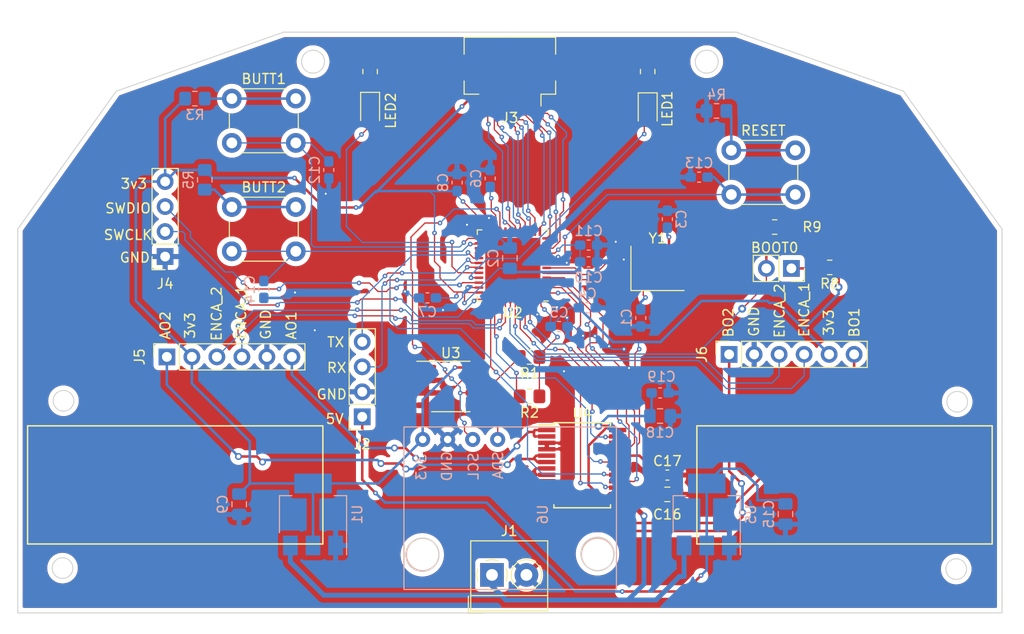
<source format=kicad_pcb>
(kicad_pcb (version 20211014) (generator pcbnew)
  (layers (0 "F.Cu" signal) (31 "B.Cu" signal) (34 "B.Paste" user) (35 "F.Paste" user) (36 "B.SilkS" user "B.Silkscreen") (37 "F.SilkS" user "F.Silkscreen") (38 "B.Mask" user) (39 "F.Mask" user) (44 "Edge.Cuts" user))
  (net 0 "")
  (net 1 "GND")
  (net 2 "Net-(C6-Pad2)")
  (net 3 "+3V3")
  (net 4 "+BATT")
  (net 5 "BUT1")
  (net 6 "Net-(C3-Pad1)")
  (net 7 "BUT2")
  (net 8 "+5V")
  (net 9 "Net-(D1-Pad1)")
  (net 10 "Net-(D2-Pad1)")
  (net 11 "RX")
  (net 12 "TX")
  (net 13 "A9")
  (net 14 "A8")
  (net 15 "A7")
  (net 17 "A6")
  (net 18 "A5")
  (net 19 "A4")
  (net 22 "A3")
  (net 23 "A2")
  (net 24 "A1")
  (net 25 "A0")
  (net 26 "SWCLK")
  (net 27 "SWDIO")
  (net 28 "Net-(R3-Pad2)")
  (net 29 "Net-(R4-Pad1)")
  (net 30 "Net-(R5-Pad2)")
  (net 31 "MOTB_IN2")
  (net 32 "MOTA_IN1")
  (net 33 "MOTA_IN2")
  (net 34 "STBY")
  (net 35 "MOTB_IN1")
  (net 36 "SDA")
  (net 37 "SCL")
  (net 38 "ENCA_1")
  (net 39 "ENCA_2")
  (net 40 "ENCB_1")
  (net 41 "ENCB_2")
  (net 42 "PWMB")
  (net 43 "PWMA")
  (net 44 "Net-(C13-Pad1)")
  (net 45 "Net-(D1-Pad2)")
  (net 46 "Net-(D2-Pad2)")
  (net 47 "Net-(JP1-Pad1)")
  (net 48 "Net-(J5-Pad6)")
  (net 49 "Net-(J5-Pad1)")
  (net 50 "Net-(J6-Pad1)")
  (net 51 "Net-(J6-Pad6)")
  (net 52 "Net-(C1-Pad1)")
  (net 53 "Net-(U2-Pad44)")
  (footprint "Button_Switch_THT:SW_PUSH_6mm" (layer "F.Cu") (at 172.5 103)
    (fp_text reference "RESET")
    (fp_text value "RESET")
  )
  (footprint "Connector_PinSocket_2.54mm:PinSocket_1x02_P2.54mm_Vertical" (layer "F.Cu") (at 178.6 115 -90)
    (fp_text reference "BOOT0")
    (fp_text value "BOOT0")
  )
  (footprint "Button_Switch_THT:SW_PUSH_6mm" (layer "F.Cu") (at 121.75 108.765564)
    (fp_text reference "BUTT2")
    (fp_text value "BUT2")
  )
  (footprint "Resistor_SMD:R_0805_2012Metric_Pad1.20x1.40mm_HandSolder" (layer "F.Cu") (at 135.8 95 -90)
    (fp_text reference "R6" hide)
    (fp_text value "3k3")
  )
  (footprint "Resistor_SMD:R_0805_2012Metric_Pad1.20x1.40mm_HandSolder" (layer "F.Cu") (at 176.9 110.8 180)
    (fp_text reference "R9")
    (fp_text value "10k")
  )
  (footprint "Resistor_SMD:R_0805_2012Metric_Pad1.20x1.40mm_HandSolder" (layer "F.Cu") (at 164 95 -90)
    (fp_text reference "R7" hide)
    (fp_text value "3k3")
  )
  (footprint "Connector_PinSocket_2.54mm:PinSocket_1x04_P2.54mm_Vertical" (layer "F.Cu") (at 135 130.08 180)
    (fp_text reference "J2")
    (fp_text value "UART")
  )
  (footprint "Package_DFN_QFN:QFN-48-1EP_7x7mm_P0.5mm_EP5.6x5.6mm" (layer "F.Cu") (at 150.3 114.7 180)
    (fp_text reference "U2")
    (fp_text value "STM32F411CEUx")
  )
  (footprint "Button_Switch_THT:SW_PUSH_6mm" (layer "F.Cu") (at 121.75 97.75)
    (fp_text reference "BUTT1")
    (fp_text value "BUT1")
  )
  (footprint "Resistor_SMD:R_0805_2012Metric_Pad1.20x1.40mm_HandSolder" (layer "F.Cu") (at 152 128 180)
    (fp_text reference "R2")
    (fp_text value "3k3")
  )
  (footprint "Crystal:Crystal_SMD_3225-4Pin_3.2x2.5mm_HandSoldering" (layer "F.Cu") (at 165 115)
    (fp_text reference "Y1")
    (fp_text value "12MHz")
  )
  (footprint "Resistor_SMD:R_0805_2012Metric_Pad1.20x1.40mm_HandSolder" (layer "F.Cu") (at 182.5 114.9 180)
    (fp_text reference "R8")
    (fp_text value "1k")
  )
  (footprint "LED_SMD:LED_0805_2012Metric_Pad1.15x1.40mm_HandSolder" (layer "F.Cu") (at 164 99.025 -90)
    (fp_text reference "LED1")
    (fp_text value "LED1")
  )
  (footprint "Capacitor_SMD:C_0805_2012Metric_Pad1.18x1.45mm_HandSolder" (layer "F.Cu") (at 166 137.96)
    (fp_text reference "C16")
    (fp_text value "10u")
  )
  (footprint "Package_SO:SSOP-24_5.3x8.2mm_P0.65mm" (layer "F.Cu") (at 157.35 135)
    (fp_text reference "U4")
    (fp_text value "TB6612FNG")
  )
  (footprint "Connector_FFC-FPC:Hirose_FH12-12S-0.5SH_1x12-1MP_P0.50mm_Horizontal" (layer "F.Cu") (at 150 96 180)
    (fp_text reference "J3")
    (fp_text value "Conn_01x12_Male")
  )
  (footprint "Connector_PinSocket_2.54mm:PinSocket_1x06_P2.54mm_Vertical" (layer "F.Cu") (at 115.15 123.99 90)
    (fp_text reference "J5")
    (fp_text value "MOTA_LEFT")
  )
  (footprint "LED_SMD:LED_0805_2012Metric_Pad1.15x1.40mm_HandSolder" (layer "F.Cu") (at 135.8 98.975 -90)
    (fp_text reference "LED2")
    (fp_text value "LED2")
  )
  (footprint "Resistor_SMD:R_0805_2012Metric_Pad1.20x1.40mm_HandSolder" (layer "F.Cu") (at 152 124 180)
    (fp_text reference "R1")
    (fp_text value "3k3")
  )
  (footprint "Connector_PinSocket_2.54mm:PinSocket_1x04_P2.54mm_Vertical" (layer "F.Cu") (at 114.975 113.8 180)
    (fp_text reference "J4")
    (fp_text value "SWD")
  )
  (footprint "TerminalBlock_4Ucon:TerminalBlock_4Ucon_1x02_P3.50mm_Horizontal" (layer "F.Cu") (at 148.181 146.1435)
    (fp_text reference "J1")
    (fp_text value "POWER_SUPPLY")
  )
  (footprint "Connector_PinSocket_2.54mm:PinSocket_1x06_P2.54mm_Vertical" (layer "F.Cu") (at 172.2775 123.735 90)
    (fp_text reference "J6")
    (fp_text value "MOTB_RIGHT")
  )
  (footprint "Capacitor_SMD:C_0603_1608Metric_Pad1.08x0.95mm_HandSolder" (layer "F.Cu") (at 166 136)
    (fp_text reference "C17")
    (fp_text value "100n")
  )
  (footprint "Package_SO:SOIC-8_3.9x4.9mm_P1.27mm" (layer "F.Cu") (at 144 127)
    (fp_text reference "U3")
    (fp_text value "M24C02-WMN")
  )
  (footprint "Capacitor_SMD:C_0603_1608Metric_Pad1.08x0.95mm_HandSolder" (layer "B.Cu") (at 155 120.91 180)
    (fp_text reference "C5")
    (fp_text value "100n")
  )
  (footprint "Capacitor_SMD:C_0805_2012Metric_Pad1.18x1.45mm_HandSolder" (layer "B.Cu") (at 165.261252 130)
    (fp_text reference "C18")
    (fp_text value "10u")
  )
  (footprint "Capacitor_SMD:C_0603_1608Metric_Pad1.08x0.95mm_HandSolder" (layer "B.Cu") (at 144.636267 106.278733 -90)
    (fp_text reference "C8")
    (fp_text value "100n")
  )
  (footprint "Resistor_SMD:R_0805_2012Metric_Pad1.20x1.40mm_HandSolder" (layer "B.Cu") (at 171 99 180)
    (fp_text reference "R4")
    (fp_text value "3k3")
  )
  (footprint "Capacitor_SMD:C_0603_1608Metric_Pad1.08x0.95mm_HandSolder" (layer "B.Cu") (at 158 112.63 180)
    (fp_text reference "C11")
    (fp_text value "1u")
  )
  (footprint "Capacitor_SMD:C_0805_2012Metric_Pad1.18x1.45mm_HandSolder" (layer "B.Cu") (at 150 113.9625 -90)
    (fp_text reference "C2")
    (fp_text value "10u")
  )
  (footprint "Package_TO_SOT_SMD:SOT-223-3_TabPin2" (layer "B.Cu") (at 130 140 90)
    (fp_text reference "U1")
    (fp_text value "AMS1117-3.3")
  )
  (footprint "Capacitor_SMD:C_0805_2012Metric_Pad1.18x1.45mm_HandSolder" (layer "B.Cu") (at 122.5 138.9625 -90)
    (fp_text reference "C9")
    (fp_text value "10u")
  )
  (footprint "Capacitor_SMD:C_0603_1608Metric_Pad1.08x0.95mm_HandSolder" (layer "B.Cu") (at 157.8625 119 180)
    (fp_text reference "C4")
    (fp_text value "100n")
  )
  (footprint "Capacitor_SMD:C_0603_1608Metric_Pad1.08x0.95mm_HandSolder" (layer "B.Cu") (at 163.3 120.0375 -90)
    (fp_text reference "C1")
    (fp_text value "10p")
  )
  (footprint "Capacitor_SMD:C_0603_1608Metric_Pad1.08x0.95mm_HandSolder" (layer "B.Cu") (at 125 117.1375 -90)
    (fp_text reference "C14")
    (fp_text value "1u")
  )
  (footprint "Capacitor_SMD:C_0603_1608Metric_Pad1.08x0.95mm_HandSolder" (layer "B.Cu") (at 166 110 90)
    (fp_text reference "C3")
    (fp_text value "10p")
  )
  (footprint "Capacitor_SMD:C_0603_1608Metric_Pad1.08x0.95mm_HandSolder" (layer "B.Cu") (at 169.225 105.73 180)
    (fp_text reference "C13")
    (fp_text value "100n")
  )
  (footprint "Capacitor_SMD:C_0603_1608Metric_Pad1.08x0.95mm_HandSolder" (layer "B.Cu") (at 165.261252 127.655)
    (fp_text reference "C19")
    (fp_text value "100n")
  )
  (footprint "Capacitor_SMD:C_0603_1608Metric_Pad1.08x0.95mm_HandSolder" (layer "B.Cu") (at 158 114.33 180)
    (fp_text reference "C10")
    (fp_text value "100n")
  )
  (footprint "Resistor_SMD:R_0805_2012Metric_Pad1.20x1.40mm_HandSolder" (layer "B.Cu") (at 118 97.75)
    (fp_text reference "R3")
    (fp_text value "1k")
  )
  (footprint "Package_TO_SOT_SMD:SOT-223-3_TabPin2" (layer "B.Cu") (at 170 140 90)
    (fp_text reference "U5")
    (fp_text value "AMS1117-3.3")
  )
  (footprint "MPU6050:MPU6050THT" (layer "B.Cu") (at 153.841 140 -90)
    (fp_text reference "U6")
    (fp_text value "MPU6050")
  )
  (footprint "Capacitor_SMD:C_0805_2012Metric_Pad1.18x1.45mm_HandSolder" (layer "B.Cu") (at 178 139.9625 -90)
    (fp_text reference "C15")
    (fp_text value "10u")
  )
  (footprint "Capacitor_SMD:C_0603_1608Metric_Pad1.08x0.95mm_HandSolder" (layer "B.Cu") (at 148 105.8625 -90)
    (fp_text reference "C6")
    (fp_text value "4u7")
  )
  (footprint "Capacitor_SMD:C_0603_1608Metric_Pad1.08x0.95mm_HandSolder" (layer "B.Cu") (at 141.625 118)
    (fp_text reference "C7")
    (fp_text value "100n")
  )
  (footprint "Capacitor_SMD:C_0603_1608Metric_Pad1.08x0.95mm_HandSolder" (layer "B.Cu") (at 131.6 105 -90)
    (fp_text reference "C12")
    (fp_text value "1u")
  )
  (footprint "Resistor_SMD:R_0805_2012Metric_Pad1.20x1.40mm_HandSolder" (layer "B.Cu") (at 119 106 -90)
    (fp_text reference "R5")
    (fp_text value "1k")
  )
  (gr_line (start 199 131) (end 199 143) (layer "F.SilkS") (width 0.15))
  (gr_line (start 199 131) (end 169 131) (layer "F.SilkS") (width 0.15))
  (gr_line (start 131 131) (end 131 143) (layer "F.SilkS") (width 0.15))
  (gr_line (start 101 143) (end 131 143) (layer "F.SilkS") (width 0.15))
  (gr_line (start 169 131) (end 169 143) (layer "F.SilkS") (width 0.15))
  (gr_line (start 169 143) (end 199 143) (layer "F.SilkS") (width 0.15))
  (gr_line (start 101 143) (end 101 131) (layer "F.SilkS") (width 0.15))
  (gr_line (start 131 131) (end 101 131) (layer "F.SilkS") (width 0.15))
  (gr_circle (center 158.9 144) (end 158.8 142.3) (layer "Edge.Cuts") (width 0.1) (fill none))
  (gr_circle (center 170 94) (end 170.053 92.837) (layer "Edge.Cuts") (width 0.1) (fill none))
  (gr_circle (center 195.35 145.55) (end 195.35 144.5) (layer "Edge.Cuts") (width 0.1) (fill none))
  (gr_circle (center 104.55 145.45) (end 104.55 146.5) (layer "Edge.Cuts") (width 0.1) (fill none))
  (gr_line (start 173 91) (end 150 91) (layer "Edge.Cuts") (width 0.1))
  (gr_line (start 190 97) (end 173 91) (layer "Edge.Cuts") (width 0.1))
  (gr_line (start 150 91) (end 127 91) (layer "Edge.Cuts") (width 0.1))
  (gr_circle (center 141.1 144.1) (end 141.1 142.4) (layer "Edge.Cuts") (width 0.1) (fill none))
  (gr_line (start 100 111) (end 100 150) (layer "Edge.Cuts") (width 0.1))
  (gr_line (start 200 111) (end 190 97) (layer "Edge.Cuts") (width 0.1))
  (gr_line (start 127 91) (end 110 97) (layer "Edge.Cuts") (width 0.1))
  (gr_line (start 100 150) (end 200 150) (layer "Edge.Cuts") (width 0.1))
  (gr_circle (center 104.65 128.45) (end 104.65 129.5) (layer "Edge.Cuts") (width 0.1) (fill none))
  (gr_circle (center 130 94) (end 130.053 92.837) (layer "Edge.Cuts") (width 0.1) (fill none))
  (gr_line (start 200 111) (end 200 150) (layer "Edge.Cuts") (width 0.1))
  (gr_circle (center 195.45 128.55) (end 195.45 127.5) (layer "Edge.Cuts") (width 0.1) (fill none))
  (gr_line (start 110 97) (end 100 111) (layer "Edge.Cuts") (width 0.1))
  (gr_text "SDA" (at 148.8 135 90) (layer "B.SilkS") (effects (font (size 1 1)) (justify mirror)))
  (gr_text "3v3" (at 141 135.2 90) (layer "B.SilkS") (effects (font (size 1 1)) (justify mirror)))
  (gr_text "SCL" (at 146.3 135.1 90) (layer "B.SilkS") (effects (font (size 1 1)) (justify mirror)))
  (gr_text "GND" (at 143.6 135.1 90) (layer "B.SilkS") (effects (font (size 1 1)) (justify mirror)))
  (gr_text "BO2" (at 172.2 120.5 90) (layer "F.SilkS") (effects (font (size 1 1))))
  (gr_text "3v3\n" (at 182.4 120.5 90) (layer "F.SilkS") (effects (font (size 1 1))))
  (gr_text "GND" (at 125.2 120.7 90) (layer "F.SilkS") (effects (font (size 1 1))))
  (gr_text "GND" (at 111.9 113.9) (layer "F.SilkS") (effects (font (size 1 1))))
  (gr_text "GND" (at 174.8 120.4 90) (layer "F.SilkS") (effects (font (size 1 1))))
  (gr_text "ENCA_2" (at 177.4 119.3 90) (layer "F.SilkS") (effects (font (size 1 1))))
  (gr_text "TX" (at 132.3 122.5) (layer "F.SilkS") (effects (font (size 1 1))))
  (gr_text "ENCA_2" (at 120.2 119.6 90) (layer "F.SilkS") (effects (font (size 1 1))))
  (gr_text "3v3\n" (at 117.5 120.8 90) (layer "F.SilkS") (effects (font (size 1 1))))
  (gr_text "GND" (at 131.9 127.8) (layer "F.SilkS") (effects (font (size 1 1))))
  (gr_text "3v3" (at 111.8 106.4) (layer "F.SilkS") (effects (font (size 1 1))))
  (gr_text "RX" (at 132.4 125.1) (layer "F.SilkS") (effects (font (size 1 1))))
  (gr_text "5V" (at 132.2 130.3) (layer "F.SilkS") (effects (font (size 1 1))))
  (gr_text "SWDIO" (at 111.2 108.9) (layer "F.SilkS") (effects (font (size 1 1))))
  (gr_text "AO2" (at 115 120.8 90) (layer "F.SilkS") (effects (font (size 1 1))))
  (gr_text "ENCA_1" (at 179.9 119.2 90) (layer "F.SilkS") (effects (font (size 1 1))))
  (gr_text "AO1" (at 127.8 120.8 90) (layer "F.SilkS") (effects (font (size 1 1))))
  (gr_text "BO1" (at 185 120.5 90) (layer "F.SilkS") (effects (font (size 1 1))))
  (gr_text "SWCLK" (at 111.2 111.6) (layer "F.SilkS") (effects (font (size 1 1))))
  (gr_text "ENCA_1" (at 122.7 119.5 90) (layer "F.SilkS") (effects (font (size 1 1))))
  (segment (start 150.3 114.7) (end 150.3 114.1812) (width 0.128) (layer "F.Cu") (net 1))
  (segment (start 153.75 136.625) (end 155.1162 136.625) (width 0.257) (layer "F.Cu") (net 1))
  (segment (start 153.0188 97.85) (end 153.7208 98.552) (width 0.257) (layer "F.Cu") (net 1))
  (segment (start 152.75 97.85) (end 152.75 95.916) (width 0.257) (layer "F.Cu") (net 1))
  (segment (start 155.4834 133.0298) (end 155.9052 133.4516) (width 0.257) (layer "F.Cu") (net 1))
  (segment (start 155.0282 137.275) (end 153.75 137.275) (width 0.257) (layer "F.Cu") (net 1))
  (segment (start 155.7782 114.427) (end 158.623 114.427) (width 0.128) (layer "F.Cu") (net 1))
  (segment (start 157.4292 121.8438) (end 158.623 121.8438) (width 0.128) (layer "F.Cu") (net 1))
  (segment (start 152.7556 119.6848) (end 152.781 119.6848) (width 0.128) (layer "F.Cu") (net 1))
  (segment (start 145.796 116.9924) (end 145.7901 116.9865) (width 0.128) (layer "F.Cu") (net 1))
  (segment (start 160.95 135.325) (end 162.6554 135.325) (width 0.257) (layer "F.Cu") (net 1))
  (segment (start 148.05 111.2625) (end 148.05 110.0516) (width 0.128) (layer "F.Cu") (net 1))
  (segment (start 161.5948 124.6124) (end 162.1028 125.1204) (width 0.128) (layer "F.Cu") (net 1))
  (segment (start 153.7375 113.95) (end 151.05 113.95) (width 0.128) (layer "F.Cu") (net 1))
  (segment (start 145.744447 116.9865) (end 145.709447 116.9515) (width 0.128) (layer "F.Cu") (net 1))
  (segment (start 153.75 133.375) (end 155.7786 133.375) (width 0.257) (layer "F.Cu") (net 1))
  (segment (start 148.05 110.0516) (end 147.8788 109.8804) (width 0.128) (layer "F.Cu") (net 1))
  (segment (start 151.05 113.95) (end 150.3 114.7) (width 0.128) (layer "F.Cu") (net 1))
  (segment (start 152.55 118.1375) (end 152.55 119.4792) (width 0.128) (layer "F.Cu") (net 1))
  (segment (start 154.7876 118.999) (end 154.7876 118.9482) (width 0.128) (layer "F.Cu") (net 1))
  (segment (start 158.623 121.8438) (end 158.6484 121.8692) (width 0.128) (layer "F.Cu") (net 1))
  (segment (start 158.623 114.427) (end 160.7566 112.2934) (width 0.128) (layer "F.Cu") (net 1))
  (segment (start 161.8162 113.85) (end 163.55 113.85) (width 0.128) (layer "F.Cu") (net 1))
  (segment (start 146.8625 116.95) (end 145.8384 116.95) (width 0.128) (layer "F.Cu") (net 1))
  (segment (start 150.3 114.1812) (end 148.05 111.9312) (width 0.128) (layer "F.Cu") (net 1))
  (segment (start 146.475 126.365) (end 145.1356 126.365) (width 0.128) (layer "F.Cu") (net 1))
  (segment (start 155.8036 120.015) (end 154.7876 118.999) (width 0.128) (layer "F.Cu") (net 1))
  (segment (start 155.4834 132.725) (end 155.4834 133.0298) (width 0.257) (layer "F.Cu") (net 1))
  (segment (start 153.75 132.725) (end 155.4834 132.725) (width 0.257) (layer "F.Cu") (net 1))
  (segment (start 145.7901 116.9865) (end 145.744447 116.9865) (width 0.128) (layer "F.Cu") (net 1))
  (segment (start 130.2004 121.3104) (end 130.175 121.285) (width 0.128) (layer "F.Cu") (net 1))
  (segment (start 154.788214 113.95) (end 153.7375 113.95) (width 0.128) (layer "F.Cu") (net 1))
  (segment (start 161.5948 123.2039) (end 161.5948 124.6124) (width 0.128) (layer "F.Cu") (net 1))
  (segment (start 145.1356 126.365) (end 143.7132 127.7874) (width 0.128) (layer "F.Cu") (net 1))
  (segment (start 152.55 119.4792) (end 152.7556 119.6848) (width 0.128) (layer "F.Cu") (net 1))
  (segment (start 128.1684 117.4496) (end 130.2004 119.4816) (width 0.257) (layer "F.Cu") (net 1))
  (segment (start 152.75 97.85) (end 153.8132 97.85) (width 0.257) (layer "F.Cu") (net 1))
  (segment (start 152.75 95.916) (end 152.7556 95.9104) (width 0.257) (layer "F.Cu") (net 1))
  (segment (start 155.9052 136.398) (end 155.9052 133.4516) (width 0.257) (layer "F.Cu") (net 1))
  (segment (start 130.2004 119.4816) (end 130.2004 121.3104) (width 0.257) (layer "F.Cu") (net 1))
  (segment (start 145.8384 116.95) (end 145.796 116.9924) (width 0.128) (layer "F.Cu") (net 1))
  (segment (start 155.3972 136.906) (end 155.0282 137.275) (width 0.257) (layer "F.Cu") (net 1))
  (segment (start 155.3972 136.906) (end 155.9052 136.398) (width 0.257) (layer "F.Cu") (net 1))
  (segment (start 161.5694 114.0968) (end 161.8162 113.85) (width 0.128) (layer "F.Cu") (net 1))
  (segment (start 152.75 97.85) (end 153.9148 97.85) (width 0.257) (layer "F.Cu") (net 1))
  (segment (start 152.75 97.85) (end 153.0188 97.85) (width 0.257) (layer "F.Cu") (net 1))
  (segment (start 155.7786 133.375) (end 155.9052 133.2484) (width 0.257) (layer "F.Cu") (net 1))
  (segment (start 153.8132 97.85) (end 153.8224 97.8408) (width 0.257) (layer "F.Cu") (net 1))
  (segment (start 154.900257 113.837957) (end 154.788214 113.95) (width 0.128) (layer "F.Cu") (net 1))
  (segment (start 153.9148 97.85) (end 154.4828 97.282) (width 0.257) (layer "F.Cu") (net 1))
  (segment (start 155.1162 136.625) (end 155.3972 136.906) (width 0.257) (layer "F.Cu") (net 1))
  (segment (start 155.9052 133.4516) (end 155.9052 133.2484) (width 0.257) (layer "F.Cu") (net 1))
  (segment (start 148.05 111.9312) (end 148.05 111.2625) (width 0.128) (layer "F.Cu") (net 1))
  (via (at 155.7782 114.427) (size 0.47) (drill 0.2) (layers "F.Cu" "B.Cu") (net 1))
  (via (at 131.2926 107.4166) (size 0.47) (drill 0.2) (layers "F.Cu" "B.Cu") (net 1))
  (via (at 158.6484 121.8692) (size 0.47) (drill 0.2) (layers "F.Cu" "B.Cu") (net 1))
  (via (at 152.781 119.6848) (size 0.47) (drill 0.2) (layers "F.Cu" "B.Cu") (net 1))
  (via (at 160.0708 122.9106) (size 0.47) (drill 0.2) (layers "F.Cu" "B.Cu") (net 1))
  (via (at 145.709447 116.9515) (size 0.47) (drill 0.2) (layers "F.Cu" "B.Cu") (net 1))
  (via (at 161.5948 123.2039) (size 0.47) (drill 0.2) (layers "F.Cu" "B.Cu") (net 1))
  (via (at 139.3444 117.348) (size 0.47) (drill 0.2) (layers "F.Cu" "B.Cu") (net 1))
  (via (at 155.8036 120.015) (size 0.47) (drill 0.2) (layers "F.Cu" "B.Cu") (net 1))
  (via (at 161.5694 114.0968) (size 0.47) (drill 0.2) (layers "F.Cu" "B.Cu") (net 1))
  (via (at 147.8788 109.8804) (size 0.47) (drill 0.2) (layers "F.Cu" "B.Cu") (net 1))
  (via (at 162.1028 125.1204) (size 0.47) (drill 0.2) (layers "F.Cu" "B.Cu") (net 1))
  (via (at 154.900257 113.837957) (size 0.47) (drill 0.2) (layers "F.Cu" "B.Cu") (net 1))
  (via (at 143.2052 119.2276) (size 0.47) (drill 0.2) (layers "F.Cu" "B.Cu") (net 1))
  (via (at 155.4988 125.4506) (size 0.47) (drill 0.2) (layers "F.Cu" "B.Cu") (net 1))
  (via (at 160.7566 112.2934) (size 0.47) (drill 0.2) (layers "F.Cu" "B.Cu") (net 1))
  (via (at 130.175 121.285) (size 0.47) (drill 0.2) (layers "F.Cu" "B.Cu") (net 1))
  (via (at 157.4292 121.8438) (size 0.47) (drill 0.2) (layers "F.Cu" "B.Cu") (net 1))
  (via (at 154.7876 118.9482) (size 0.47) (drill 0.2) (layers "F.Cu" "B.Cu") (net 1))
  (via (at 128.1684 117.4496) (size 0.47) (drill 0.2) (layers "F.Cu" "B.Cu") (net 1))
  (via (at 145.6436 110.5662) (size 0.47) (drill 0.2) (layers "F.Cu" "B.Cu") (net 1))
  (segment (start 162.1028 125.1204) (end 161.7726 125.4506) (width 0.128) (layer "B.Cu") (net 1))
  (segment (start 143.8656 119.1768) (end 143.8656 119.2276) (width 0.128) (layer "B.Cu") (net 1))
  (segment (start 161.7726 125.4506) (end 155.4988 125.4506) (width 0.128) (layer "B.Cu") (net 1))
  (segment (start 145.1864 117.5004) (end 145.1864 117.856) (width 0.128) (layer "B.Cu") (net 1))
  (segment (start 154.900257 113.837957) (end 155.4639 114.4016) (width 0.128) (layer "B.Cu") (net 1))
  (segment (start 144.6276 118.5164) (end 144.526 118.5164) (width 0.128) (layer "B.Cu") (net 1))
  (segment (start 145.7003 116.9865) (end 145.1864 117.5004) (width 0.128) (layer "B.Cu") (net 1))
  (segment (start 139.5984 117.3988) (end 139.5476 117.348) (width 0.128) (layer "B.Cu") (net 1))
  (segment (start 145.7003 116.970647) (end 145.709447 116.9615) (width 0.128) (layer "B.Cu") (net 1))
  (segment (start 158.6484 121.8692) (end 159.0294 121.8692) (width 0.128) (layer "B.Cu") (net 1))
  (segment (start 155.7528 114.4016) (end 155.7782 114.427) (width 0.128) (layer "B.Cu") (net 1))
  (segment (start 145.1864 117.856) (end 145.2372 117.9068) (width 0.128) (layer "B.Cu") (net 1))
  (segment (start 131.2926 107.4166) (end 131.6228 107.0864) (width 0.128) (layer "B.Cu") (net 1))
  (segment (start 150 112.925) (end 148.0312 110.9562) (width 0.128) (layer "B.Cu") (net 1))
  (segment (start 125 118) (end 127.618 118) (width 0.257) (layer "B.Cu") (net 1))
  (segment (start 155.8625 120.0739) (end 155.8036 120.015) (width 0.128) (layer "B.Cu") (net 1))
  (segment (start 161.5694 113.1062) (end 161.5694 114.0968) (width 0.128) (layer "B.Cu") (net 1))
  (segment (start 140.7625 118) (end 140.1996 118) (width 0.128) (layer "B.Cu") (net 1))
  (segment (start 150 112.925) (end 148.0024 112.925) (width 0.128) (layer "B.Cu") (net 1))
  (segment (start 160.7566 112.2934) (end 161.5694 113.1062) (width 0.128) (layer "B.Cu") (net 1))
  (segment (start 143.0528 119.38) (end 143.2052 119.2276) (width 0.128) (layer "B.Cu") (net 1))
  (segment (start 140.7625 118) (end 142.1425 119.38) (width 0.128) (layer "B.Cu") (net 1))
  (segment (start 160.3641 123.2039) (end 161.5948 123.2039) (width 0.128) (layer "B.Cu") (net 1))
  (segment (start 142.1425 119.38) (end 143.0528 119.38) (width 0.128) (layer "B.Cu") (net 1))
  (segment (start 131.6228 105.8853) (end 131.6 105.8625) (width 0.128) (layer "B.Cu") (net 1))
  (segment (start 143.764 119.2276) (end 143.2052 119.2276) (width 0.128) (layer "B.Cu") (net 1))
  (segment (start 145.2372 117.9068) (end 144.6276 118.5164) (width 0.128) (layer "B.Cu") (net 1))
  (segment (start 148.0024 112.925) (end 145.6436 110.5662) (width 0.128) (layer "B.Cu") (net 1))
  (segment (start 143.8656 119.2276) (end 143.764 119.2276) (width 0.128) (layer "B.Cu") (net 1))
  (segment (start 155.4639 114.4016) (end 155.7528 114.4016) (width 0.128) (layer "B.Cu") (net 1))
  (segment (start 155.8625 120.91) (end 156.4954 120.91) (width 0.128) (layer "B.Cu") (net 1))
  (segment (start 144.526 118.5164) (end 143.8656 119.1768) (width 0.128) (layer "B.Cu") (net 1))
  (segment (start 156.4954 120.91) (end 157.4292 121.8438) (width 0.128) (layer "B.Cu") (net 1))
  (segment (start 140.1996 118) (end 139.5984 117.3988) (width 0.128) (layer "B.Cu") (net 1))
  (segment (start 159.0294 121.8692) (end 160.0708 122.9106) (width 0.128) (layer "B.Cu") (net 1))
  (segment (start 131.6228 107.0864) (end 131.6228 105.8853) (width 0.128) (layer "B.Cu") (net 1))
  (segment (start 145.7003 116.9865) (end 145.7003 116.970647) (width 0.128) (layer "B.Cu") (net 1))
  (segment (start 148.0312 110.0328) (end 147.8788 109.8804) (width 0.128) (layer "B.Cu") (net 1))
  (segment (start 145.7452 116.9865) (end 145.7003 116.9865) (width 0.128) (layer "B.Cu") (net 1))
  (segment (start 127.618 118) (end 128.1684 117.4496) (width 0.257) (layer "B.Cu") (net 1))
  (segment (start 160.0708 122.9106) (end 160.3641 123.2039) (width 0.128) (layer "B.Cu") (net 1))
  (segment (start 148.0312 110.9562) (end 148.0312 110.0328) (width 0.128) (layer "B.Cu") (net 1))
  (segment (start 155.8625 120.91) (end 155.8625 120.0739) (width 0.128) (layer "B.Cu") (net 1))
  (segment (start 139.5476 117.348) (end 139.3444 117.348) (width 0.128) (layer "B.Cu") (net 1))
  (segment (start 148.55 111.2625) (end 148.55 109.5864) (width 0.128) (layer "F.Cu") (net 2))
  (segment (start 148.55 109.5864) (end 148.1074 109.1438) (width 0.128) (layer "F.Cu") (net 2))
  (segment (start 148.1074 109.1438) (end 148.1074 107.8738) (width 0.128) (layer "F.Cu") (net 2))
  (via (at 148.1074 107.8738) (size 0.47) (drill 0.2) (layers "F.Cu" "B.Cu") (net 2))
  (segment (start 148 106.725) (end 148 107.7664) (width 0.128) (layer "B.Cu") (net 2))
  (segment (start 148 107.7664) (end 148.1074 107.8738) (width 0.128) (layer "B.Cu") (net 2))
  (segment (start 154.52175 113.45) (end 153.7375 113.45) (width 0.128) (layer "F.Cu") (net 3))
  (segment (start 154.8384 121.9708) (end 153 123.8092) (width 0.128) (layer "F.Cu") (net 3))
  (segment (start 153.162 118.2495) (end 153.05 118.1375) (width 0.128) (layer "F.Cu") (net 3))
  (segment (start 162.9302 134.025) (end 160.95 134.025) (width 0.257) (layer "F.Cu") (net 3))
  (segment (start 154.52175 113.45) (end 154.571248 113.45) (width 0.128) (layer "F.Cu") (net 3))
  (segment (start 144.4244 125.0696) (end 146.4496 125.0696) (width 0.257) (layer "F.Cu") (net 3))
  (segment (start 165.1375 136) (end 163.1625 134.025) (width 0.257) (layer "F.Cu") (net 3))
  (segment (start 153 123.8092) (end 153 124) (width 0.128) (layer "F.Cu") (net 3))
  (segment (start 162.77 128.568) (end 162.77 127.0576) (width 0.128) (layer "F.Cu") (net 3))
  (segment (start 145.034 117.3988) (end 144.653 117.3988) (width 0.128) (layer "F.Cu") (net 3))
  (segment (start 153.5176 119.1768) (end 153.162 118.8212) (width 0.128) (layer "F.Cu") (net 3))
  (segment (start 145.3896 118.5164) (end 145.3896 117.4496) (width 0.128) (layer "F.Cu") (net 3))
  (segment (start 145.034 117.3988) (end 145.4404 117.3988) (width 0.128) (layer "F.Cu") (net 3))
  (segment (start 146.8625 117.45) (end 145.4916 117.45) (width 0.128) (layer "F.Cu") (net 3))
  (segment (start 183.4 115) (end 183.5 114.9) (width 0.257) (layer "F.Cu") (net 3))
  (segment (start 142.9004 114.8588) (end 142.3416 114.3) (width 0.128) (layer "F.Cu") (net 3))
  (segment (start 142.3416 114.3) (end 142.3416 111.4044) (width 0.128) (layer "F.Cu") (net 3))
  (segment (start 164.9625 136.175) (end 165.1375 136) (width 0.257) (layer "F.Cu") (net 3))
  (segment (start 144.3228 117.3988) (end 142.9004 115.9764) (width 0.128) (layer "F.Cu") (net 3))
  (segment (start 164.9625 137.96) (end 164.9625 136.175) (width 0.257) (layer "F.Cu") (net 3))
  (segment (start 162.7124 127) (end 162.7124 123.6357) (width 0.128) (layer "F.Cu") (net 3))
  (segment (start 147.55 111.2625) (end 147.55 110.5168) (width 0.128) (layer "F.Cu") (net 3))
  (segment (start 153.162 118.8212) (end 153.162 118.2495) (width 0.128) (layer "F.Cu") (net 3))
  (segment (start 153.7879 117.5004) (end 153.7375 117.45) (width 0.128) (layer "F.Cu") (net 3))
  (segment (start 144.5768 117.602) (end 144.7038 117.475) (width 0.128) (layer "F.Cu") (net 3))
  (segment (start 144.5768 117.8306) (end 144.5768 117.602) (width 0.128) (layer "F.Cu") (net 3))
  (segment (start 147.55 110.5168) (end 146.8628 109.8296) (width 0.128) (layer "F.Cu") (net 3))
  (segment (start 163.1696 128.9812) (end 162.7632 128.5748) (width 0.128) (layer "F.Cu") (net 3))
  (segment (start 146.8628 109.8296) (end 145.2372 108.204) (width 0.128) (layer "F.Cu") (net 3))
  (segment (start 153 124) (end 153 128) (width 0.128) (layer "F.Cu") (net 3))
  (segment (start 134.366 108.8136) (end 131.1148 108.8136) (width 0.257) (layer "F.Cu") (net 3))
  (segment (start 145.3896 117.4496) (end 145.4404 117.3988) (width 0.128) (layer "F.Cu") (net 3))
  (segment (start 145.8376 97.85) (end 145.1356 98.552) (width 0.257) (layer "F.Cu") (net 3))
  (segment (start 145.4404 117.3988) (end 145.4916 117.45) (width 0.128) (layer "F.Cu") (net 3))
  (segment (start 147.25 97.85) (end 145.8376 97.85) (width 0.257) (layer "F.Cu") (net 3))
  (segment (start 183.4 116.9) (end 183.4 115) (width 0.257) (layer "F.Cu") (net 3))
  (segment (start 162.7124 123.6357) (end 163.1442 123.2039) (width 0.128) (layer "F.Cu") (net 3))
  (segment (start 163.1625 134.025) (end 162.9302 134.025) (width 0.257) (layer "F.Cu") (net 3))
  (segment (start 163.1696 132.6896) (end 163.1696 128.9812) (width 0.128) (layer "F.Cu") (net 3))
  (segment (start 162.77 127.0576) (end 162.7124 127) (width 0.128) (layer "F.Cu") (net 3))
  (segment (start 131.1148 108.8136) (end 128.1176 105.8164) (width 0.257) (layer "F.Cu") (net 3))
  (segment (start 146.4496 125.0696) (end 146.475 125.095) (width 0.257) (layer "F.Cu") (net 3))
  (segment (start 154.8892 117.5004) (end 153.7879 117.5004) (width 0.128) (layer "F.Cu") (net 3))
  (segment (start 162.7632 128.5748) (end 162.77 128.568) (width 0.128) (layer "F.Cu") (net 3))
  (segment (start 144.653 117.3988) (end 144.3228 117.3988) (width 0.128) (layer "F.Cu") (net 3))
  (segment (start 162.9302 132.929) (end 163.1696 132.6896) (width 0.128) (layer "F.Cu") (net 3))
  (segment (start 142.9004 115.9764) (end 142.9004 114.8588) (width 0.128) (layer "F.Cu") (net 3))
  (segment (start 154.571248 113.45) (end 154.914824 113.106424) (width 0.128) (layer "F.Cu") (net 3))
  (segment (start 162.9302 134.025) (end 162.9302 132.929) (width 0.128) (layer "F.Cu") (net 3))
  (via (at 128.1176 105.8164) (size 0.47) (drill 0.2) (layers "F.Cu" "B.Cu") (net 3))
  (via (at 142.3416 111.4044) (size 0.47) (drill 0.2) (layers "F.Cu" "B.Cu") (net 3))
  (via (at 145.3896 118.5164) (size 0.47) (drill 0.2) (layers "F.Cu" "B.Cu") (net 3))
  (via (at 145.2372 108.204) (size 0.47) (drill 0.2) (layers "F.Cu" "B.Cu") (net 3))
  (via (at 145.1356 98.552) (size 0.47) (drill 0.2) (layers "F.Cu" "B.Cu") (net 3))
  (via (at 144.4244 125.0696) (size 0.47) (drill 0.2) (layers "F.Cu" "B.Cu") (net 3))
  (via (at 163.1442 123.2039) (size 0.47) (drill 0.2) (layers "F.Cu" "B.Cu") (net 3))
  (via (at 134.366 108.8136) (size 0.47) (drill 0.2) (layers "F.Cu" "B.Cu") (net 3))
  (via (at 154.914824 113.106424) (size 0.47) (drill 0.2) (layers "F.Cu" "B.Cu") (net 3))
  (via (at 144.5768 117.8306) (size 0.47) (drill 0.2) (layers "F.Cu" "B.Cu") (net 3))
  (via (at 154.8892 117.5004) (size 0.47) (drill 0.2) (layers "F.Cu" "B.Cu") (net 3))
  (via (at 153.5176 119.1768) (size 0.47) (drill 0.2) (layers "F.Cu" "B.Cu") (net 3))
  (via (at 154.8384 121.9708) (size 0.47) (drill 0.2) (layers "F.Cu" "B.Cu") (net 3))
  (via (at 183.4 116.9) (size 0.8) (drill 0.4) (layers "F.Cu" "B.Cu") (net 3))
  (segment (start 157.1375 114.33) (end 157.1375 114.8457) (width 0.257) (layer "B.Cu") (net 3))
  (segment (start 141.141 128.353) (end 144.4244 125.0696) (width 0.257) (layer "B.Cu") (net 3))
  (segment (start 163.068 122.5296) (end 163.1188 122.4788) (width 0.128) (layer "B.Cu") (net 3))
  (segment (start 154.1375 121.2699) (end 154.8384 121.9708) (width 0.128) (layer "B.Cu") (net 3))
  (segment (start 150.3668 115.3668) (end 150 115) (width 0.257) (layer "B.Cu") (net 3))
  (segment (start 157.1375 114.8457) (end 156.6164 115.3668) (width 0.257) (layer "B.Cu") (net 3))
  (segment (start 179.85125 121.14875) (end 183.4 117.6) (width 0.257) (layer "B.Cu") (net 3))
  (segment (start 156.6164 115.3668) (end 150.3668 115.3668) (width 0.257) (layer "B.Cu") (net 3))
  (segment (start 136.671 136.85) (end 141.141 132.38) (width 0.257) (layer "B.Cu") (net 3))
  (segment (start 157.1375 118.8625) (end 157 119) (width 0.257) (layer "B.Cu") (net 3))
  (segment (start 141.837633 107.141233) (end 136.393967 107.141233) (width 0.257) (layer "B.Cu") (net 3))
  (segment (start 183.4 117.6) (end 183.4 116.9) (width 0.257) (layer "B.Cu") (net 3))
  (segment (start 145.2372 108.204) (end 144.636267 107.603067) (width 0.128) (layer "B.Cu") (net 3))
  (segment (start 154.1375 120.91) (end 154.1375 121.2699) (width 0.128) (layer "B.Cu") (net 3))
  (segment (start 123.575 136.85) (end 122.5 137.925) (width 0.257) (layer "B.Cu") (net 3))
  (segment (start 157.1375 112.63) (end 155.34175 112.63) (width 0.128) (layer "B.Cu") (net 3))
  (segment (start 179.85125 121.14875) (end 177.2189 118.5164) (width 0.257) (layer "B.Cu") (net 3))
  (segment (start 157.1375 112.63) (end 157.1375 114.33) (width 0.128) (layer "B.Cu") (net 3))
  (segment (start 169.473 118.309) (end 165.3032 122.4788) (width 0.257) (layer "B.Cu") (net 3))
  (segment (start 160.4788 122.4788) (end 157 119) (width 0.257) (layer "B.Cu") (net 3))
  (segment (start 156.0475 119) (end 157 119) (width 0.128) (layer "B.Cu") (net 3))
  (segment (start 114.975 99.775) (end 117 97.75) (width 0.257) (layer "B.Cu") (net 3))
  (segment (start 176.1702 118.309) (end 169.473 118.309) (width 0.257) (layer "B.Cu") (net 3))
  (segment (start 142.3416 107.6452) (end 141.837633 107.141233) (width 0.128) (layer "B.Cu") (net 3))
  (segment (start 136.4234 107.2642) (end 136.271 107.2642) (width 0.257) (layer "B.Cu") (net 3))
  (segment (start 144.636267 107.141233) (end 141.837633 107.141233) (width 0.257) (layer "B.Cu") (net 3))
  (segment (start 144.4328 118) (end 144.5768 117.856) (width 0.128) (layer "B.Cu") (net 3))
  (segment (start 182.4375 123.735) (end 179.85125 121.14875) (width 0.257) (layer "B.Cu") (net 3))
  (segment (start 163.1092 123.2389) (end 163.1442 123.2039) (width 0.128) (layer "B.Cu") (net 3))
  (segment (start 123.575 136.85) (end 123.575 132.575) (width 0.257) (layer "B.Cu") (net 3))
  (segment (start 154.1375 120.91) (end 156.0475 119) (width 0.128) (layer "B.Cu") (net 3))
  (segment (start 142.4875 118) (end 144.4328 118) (width 0.128) (layer "B.Cu") (net 3))
  (segment (start 112.82 106.18) (end 114.975 106.18) (width 0.257) (layer "B.Cu") (net 3))
  (segment (start 123.575 132.575) (end 117.69 126.69) (width 0.257) (layer "B.Cu") (net 3))
  (segment (start 177.2189 118.5164) (end 176.3776 118.5164) (width 0.257) (layer "B.Cu") (net 3))
  (segment (start 148.906 115) (end 145.3896 118.5164) (width 0.128) (layer "B.Cu") (net 3))
  (segment (start 157.1375 118.3263) (end 156.3116 117.5004) (width 0.128) (layer "B.Cu") (net 3))
  (segment (start 130 136.85) (end 123.575 136.85) (width 0.257) (layer "B.Cu") (net 3))
  (segment (start 165.3032 122.4788) (end 163.1188 122.4788) (width 0.257) (layer "B.Cu") (net 3))
  (segment (start 112 107) (end 112.82 106.18) (width 0.257) (layer "B.Cu") (net 3))
  (segment (start 144.5768 117.856) (end 144.5768 117.8306) (width 0.128) (layer "B.Cu") (net 3))
  (segment (start 141.141 132.38) (end 141.141 128.353) (width 0.257) (layer "B.Cu") (net 3))
  (segment (start 134.874 108.6612) (end 134.7216 108.8136) (width 0.257) (layer "B.Cu") (net 3))
  (segment (start 163.068 123.2389) (end 163.068 122.5296) (width 0.128) (layer "B.Cu") (net 3))
  (segment (start 163.068 123.2389) (end 163.1092 123.2389) (width 0.128) (layer "B.Cu") (net 3))
  (segment (start 145.1356 98.552) (end 136.4234 107.2642) (width 0.257) (layer "B.Cu") (net 3))
  (segment (start 163.1188 122.4788) (end 160.4788 122.4788) (width 0.257) (layer "B.Cu") (net 3))
  (segment (start 130 143.15) (end 130 136.85) (width 0.257) (layer "B.Cu") (net 3))
  (segment (start 142.3416 111.4044) (end 142.3416 107.6452) (width 0.128) (layer "B.Cu") (net 3))
  (segment (start 176.3776 118.5164) (end 176.1702 118.309) (width 0.257) (layer "B.Cu") (net 3))
  (segment (start 114.975 106.18) (end 114.975 99.775) (width 0.257) (layer "B.Cu") (net 3))
  (segment (start 154.914824 113.106424) (end 155.34175 112.679498) (width 0.128) (layer "B.Cu") (net 3))
  (segment (start 128.1176 105.8164) (end 119.8164 105.8164) (width 0.257) (layer "B.Cu") (net 3))
  (segment (start 116.155 105) (end 119 105) (width 0.257) (layer "B.Cu") (net 3))
  (segment (start 157.1375 118.8625) (end 157.1375 118.3263) (width 0.128) (layer "B.Cu") (net 3))
  (segment (start 144.636267 107.603067) (end 144.636267 107.141233) (width 0.128) (layer "B.Cu") (net 3))
  (segment (start 156.3116 117.5004) (end 154.8892 117.5004) (width 0.128) (layer "B.Cu") (net 3))
  (segment (start 114.975 106.18) (end 116.155 105) (width 0.257) (layer "B.Cu") (net 3))
  (segment (start 157.1375 114.33) (end 157.1375 118.8625) (width 0.257) (layer "B.Cu") (net 3))
  (segment (start 117.69 126.69) (end 117.69 123.99) (width 0.257) (layer "B.Cu") (net 3))
  (segment (start 154.1375 120.91) (end 154.1375 119.7967) (width 0.128) (layer "B.Cu") (net 3))
  (segment (start 119.8164 105.8164) (end 119 105) (width 0.257) (layer "B.Cu") (net 3))
  (segment (start 112 118.3) (end 112 107) (width 0.257) (layer "B.Cu") (net 3))
  (segment (start 130 136.85) (end 136.671 136.85) (width 0.257) (layer "B.Cu") (net 3))
  (segment (start 117.69 123.99) (end 112 118.3) (width 0.257) (layer "B.Cu") (net 3))
  (segment (start 155.34175 112.679498) (end 155.34175 112.63) (width 0.128) (layer "B.Cu") (net 3))
  (segment (start 154.1375 119.7967) (end 153.5176 119.1768) (width 0.128) (layer "B.Cu") (net 3))
  (segment (start 136.393967 107.141233) (end 136.271 107.2642) (width 0.257) (layer "B.Cu") (net 3))
  (segment (start 148.906 115) (end 150 115) (width 0.128) (layer "B.Cu") (net 3))
  (segment (start 134.7216 108.8136) (end 134.366 108.8136) (width 0.257) (layer "B.Cu") (net 3))
  (segment (start 136.271 107.2642) (end 134.874 108.6612) (width 0.257) (layer "B.Cu") (net 3))
  (segment (start 158 137) (end 159.575 138.575) (width 0.257) (layer "F.Cu") (net 4))
  (segment (start 158 133) (end 158 137) (width 0.257) (layer "F.Cu") (net 4))
  (segment (start 160 131) (end 160.525 131) (width 0.257) (layer "F.Cu") (net 4))
  (segment (start 160.95 138.575) (end 162.0446 138.575) (width 0.5) (layer "F.Cu") (net 4))
  (segment (start 160 131) (end 158 133) (width 0.257) (layer "F.Cu") (net 4))
  (segment (start 159.575 138.425) (end 160.075 137.925) (width 0.257) (layer "F.Cu") (net 4))
  (segment (start 160.525 131) (end 160.95 131.425) (width 0.257) (layer "F.Cu") (net 4))
  (segment (start 159.575 138.575) (end 159.575 138.425) (width 0.257) (layer "F.Cu") (net 4))
  (segment (start 159 131) (end 160 131) (width 0.257) (layer "F.Cu") (net 4))
  (segment (start 159.575 138.575) (end 160.95 138.575) (width 0.257) (layer "F.Cu") (net 4))
  (segment (start 162.0446 138.575) (end 163.6268 140.1572) (width 0.5) (layer "F.Cu") (net 4))
  (segment (start 160.075 137.925) (end 160.95 137.925) (width 0.257) (layer "F.Cu") (net 4))
  (via (at 159 131) (size 0.8) (drill 0.4) (layers "F.Cu" "B.Cu") (net 4))
  (via (at 163.6268 140.1572) (size 0.7) (drill 0.4) (layers "F.Cu" "B.Cu") (net 4))
  (segment (start 148.181 146.1435) (end 148.181 147.2666) (width 0.5) (layer "B.Cu") (net 4))
  (segment (start 163.6268 140.1572) (end 163.6268 147.066) (width 0.5) (layer "B.Cu") (net 4))
  (segment (start 131.0894 148.209) (end 149.1234 148.209) (width 0.5) (layer "B.Cu") (net 4))
  (segment (start 160 130) (end 159 131) (width 0.257) (layer "B.Cu") (net 4))
  (segment (start 167.7 146.3) (end 167.7 143.15) (width 0.5) (layer "B.Cu") (net 4))
  (segment (start 164.398752 127.655) (end 164.398752 129.825) (width 0.257) (layer "B.Cu") (net 4))
  (segment (start 164.398752 129.825) (end 164.223752 130) (width 0.257) (layer "B.Cu") (net 4))
  (segment (start 127.7 144.8196) (end 131.0894 148.209) (width 0.5) (layer "B.Cu") (net 4))
  (segment (start 164.846 148.6916) (end 167.2376 146.3) (width 0.5) (layer "B.Cu") (net 4))
  (segment (start 162.0012 148.6916) (end 164.846 148.6916) (width 0.5) (layer "B.Cu") (net 4))
  (segment (start 163.6268 147.066) (end 162.0012 148.6916) (width 0.5) (layer "B.Cu") (net 4))
  (segment (start 167.2376 146.3) (end 167.7 146.3) (width 0.5) (layer "B.Cu") (net 4))
  (segment (start 149.1234 148.209) (end 149.606 148.6916) (width 0.5) (layer "B.Cu") (net 4))
  (segment (start 149.606 148.6916) (end 162.0012 148.6916) (width 0.5) (layer "B.Cu") (net 4))
  (segment (start 127.7 143.15) (end 127.7 144.8196) (width 0.5) (layer "B.Cu") (net 4))
  (segment (start 164.223752 130) (end 160 130) (width 0.257) (layer "B.Cu") (net 4))
  (segment (start 148.181 147.2666) (end 149.606 148.6916) (width 0.5) (layer "B.Cu") (net 4))
  (segment (start 145.772526 111.95) (end 145.358568 112.363958) (width 0.128) (layer "F.Cu") (net 5))
  (segment (start 145.358568 112.363958) (end 145.327479 112.363958) (width 0.128) (layer "F.Cu") (net 5))
  (segment (start 146.8625 111.95) (end 145.772526 111.95) (width 0.128) (layer "F.Cu") (net 5))
  (segment (start 145.327479 112.363958) (end 145.322133 112.369304) (width 0.128) (layer "F.Cu") (net 5))
  (via (at 145.322133 112.369304) (size 0.47) (drill 0.2) (layers "F.Cu" "B.Cu") (net 5))
  (segment (start 121.75 102.25) (end 128.25 102.25) (width 0.128) (layer "B.Cu") (net 5))
  (segment (start 129.7125 102.25) (end 131.6 104.1375) (width 0.128) (layer "B.Cu") (net 5))
  (segment (start 128.25 102.25) (end 129.7125 102.25) (width 0.128) (layer "B.Cu") (net 5))
  (segment (start 130.0988 112.8268) (end 129.8448 112.5728) (width 0.128) (layer "B.Cu") (net 5))
  (segment (start 129.8448 103.8448) (end 128.25 102.25) (width 0.128) (layer "B.Cu") (net 5))
  (segment (start 145.358568 112.375232) (end 144.907 112.8268) (width 0.128) (layer "B.Cu") (net 5))
  (segment (start 129.8448 112.5728) (end 129.8448 103.8448) (width 0.128) (layer "B.Cu") (net 5))
  (segment (start 144.907 112.8268) (end 130.0988 112.8268) (width 0.128) (layer "B.Cu") (net 5))
  (segment (start 145.358568 112.363958) (end 145.358568 112.375232) (width 0.128) (layer "B.Cu") (net 5))
  (segment (start 157.283462 115.6208) (end 158.6484 115.6208) (width 0.128) (layer "F.Cu") (net 6))
  (segment (start 162.1536 112.1156) (end 164.8968 112.1156) (width 0.128) (layer "F.Cu") (net 6))
  (segment (start 166.1668 111.8108) (end 166.1668 111.9886) (width 0.257) (layer "F.Cu") (net 6))
  (segment (start 158.6484 115.6208) (end 162.1536 112.1156) (width 0.128) (layer "F.Cu") (net 6))
  (segment (start 166.1668 111.9886) (end 166.1668 113.5668) (width 0.257) (layer "F.Cu") (net 6))
  (segment (start 166.45 113.6688) (end 166.45 113.85) (width 0.128) (layer "F.Cu") (net 6))
  (segment (start 166.1668 113.5668) (end 166.45 113.85) (width 0.257) (layer "F.Cu") (net 6))
  (segment (start 153.7375 114.95) (end 156.612662 114.95) (width 0.128) (layer "F.Cu") (net 6))
  (segment (start 164.8968 112.1156) (end 166.45 113.6688) (width 0.128) (layer "F.Cu") (net 6))
  (segment (start 156.612662 114.95) (end 157.283462 115.6208) (width 0.128) (layer "F.Cu") (net 6))
  (via (at 166.1668 111.8108) (size 0.47) (drill 0.2) (layers "F.Cu" "B.Cu") (net 6))
  (segment (start 166 111.644) (end 166.1668 111.8108) (width 0.257) (layer "B.Cu") (net 6))
  (segment (start 166 110.8625) (end 166 111.644) (width 0.257) (layer "B.Cu") (net 6))
  (segment (start 145.972581 112.527896) (end 146.784604 112.527896) (width 0.128) (layer "F.Cu") (net 7))
  (segment (start 146.784604 112.527896) (end 146.8625 112.45) (width 0.128) (layer "F.Cu") (net 7))
  (via (at 145.972581 112.527896) (size 0.47) (drill 0.2) (layers "F.Cu" "B.Cu") (net 7))
  (segment (start 145.154036 113.265564) (end 128.25 113.265564) (width 0.128) (layer "B.Cu") (net 7))
  (segment (start 125 116.275) (end 125.240564 116.275) (width 0.128) (layer "B.Cu") (net 7))
  (segment (start 125.240564 116.275) (end 128.25 113.265564) (width 0.128) (layer "B.Cu") (net 7))
  (segment (start 145.891704 112.527896) (end 145.972581 112.527896) (width 0.128) (layer "B.Cu") (net 7))
  (segment (start 121.75 113.265564) (end 128.25 113.265564) (width 0.128) (layer "B.Cu") (net 7))
  (segment (start 145.154036 113.265564) (end 145.891704 112.527896) (width 0.128) (layer "B.Cu") (net 7))
  (segment (start 169.3672 146.1516) (end 169.418 146.2024) (width 0.128) (layer "F.Cu") (net 8))
  (segment (start 135 136.4732) (end 135 130.08) (width 0.257) (layer "F.Cu") (net 8))
  (segment (start 167.7924 147.828) (end 169.418 146.2024) (width 0.257) (layer "F.Cu") (net 8))
  (segment (start 136.3472 137.8204) (end 135 136.4732) (width 0.257) (layer "F.Cu") (net 8))
  (segment (start 161.417 147.828) (end 167.7924 147.828) (width 0.257) (layer "F.Cu") (net 8))
  (via (at 136.3472 137.8204) (size 0.47) (drill 0.2) (layers "F.Cu" "B.Cu") (net 8))
  (via (at 169.418 146.2024) (size 0.47) (drill 0.2) (layers "F.Cu" "B.Cu") (net 8))
  (via (at 161.417 147.828) (size 0.47) (drill 0.2) (layers "F.Cu" "B.Cu") (net 8))
  (segment (start 170 143.15) (end 170 145.6204) (width 0.257) (layer "B.Cu") (net 8))
  (segment (start 137.3124 138.7856) (end 147.6248 138.7856) (width 0.257) (layer "B.Cu") (net 8))
  (segment (start 136.3472 137.8204) (end 137.3124 138.7856) (width 0.257) (layer "B.Cu") (net 8))
  (segment (start 156.6672 147.828) (end 161.417 147.828) (width 0.257) (layer "B.Cu") (net 8))
  (segment (start 177.632 138.557) (end 175.1584 138.557) (width 0.257) (layer "B.Cu") (net 8))
  (segment (start 147.6248 138.7856) (end 154.9908 146.1516) (width 0.257) (layer "B.Cu") (net 8))
  (segment (start 175.1584 138.557) (end 175.1584 137.0838) (width 0.257) (layer "B.Cu") (net 8))
  (segment (start 171.4934 135.3566) (end 170 136.85) (width 0.257) (layer "B.Cu") (net 8))
  (segment (start 170 145.6204) (end 169.418 146.2024) (width 0.257) (layer "B.Cu") (net 8))
  (segment (start 173.4312 135.3566) (end 171.4934 135.3566) (width 0.257) (layer "B.Cu") (net 8))
  (segment (start 175.1584 137.0838) (end 173.4312 135.3566) (width 0.257) (layer "B.Cu") (net 8))
  (segment (start 170 136.85) (end 170 143.15) (width 0.257) (layer "B.Cu") (net 8))
  (segment (start 154.9908 146.1516) (end 156.6672 147.828) (width 0.257) (layer "B.Cu") (net 8))
  (segment (start 135.8 96) (end 135.8 97.95) (width 0.257) (layer "F.Cu") (net 9))
  (segment (start 164 96) (end 164 98) (width 0.257) (layer "F.Cu") (net 10))
  (segment (start 146.795232 114.882732) (end 146.8625 114.95) (width 0.128) (layer "F.Cu") (net 11))
  (segment (start 138.5316 116.1796) (end 137.668 116.1796) (width 0.128) (layer "F.Cu") (net 11))
  (segment (start 145.667532 114.882732) (end 146.795232 114.882732) (width 0.128) (layer "F.Cu") (net 11))
  (segment (start 137.668 116.1796) (end 137.3124 116.5352) (width 0.128) (layer "F.Cu") (net 11))
  (via (at 137.3124 116.5352) (size 0.47) (drill 0.2) (layers "F.Cu" "B.Cu") (net 11))
  (via (at 145.667532 114.882732) (size 0.47) (drill 0.2) (layers "F.Cu" "B.Cu") (net 11))
  (via (at 138.5316 116.1796) (size 0.47) (drill 0.2) (layers "F.Cu" "B.Cu") (net 11))
  (segment (start 144.4244 116.1796) (end 145.667532 114.936468) (width 0.128) (layer "B.Cu") (net 11))
  (segment (start 137.3124 116.5352) (end 137.0076 116.84) (width 0.128) (layer "B.Cu") (net 11))
  (segment (start 136.7216 125) (end 135 125) (width 0.128) (layer "B.Cu") (net 11))
  (segment (start 137.0076 124.714) (end 136.7216 125) (width 0.128) (layer "B.Cu") (net 11))
  (segment (start 137.0076 116.84) (end 137.0076 124.714) (width 0.128) (layer "B.Cu") (net 11))
  (segment (start 144.4244 116.1796) (end 138.5316 116.1796) (width 0.128) (layer "B.Cu") (net 11))
  (segment (start 145.667532 114.936468) (end 145.667532 114.882732) (width 0.128) (layer "B.Cu") (net 11))
  (segment (start 145.756015 114.089262) (end 145.756015 114.124191) (width 0.128) (layer "F.Cu") (net 12))
  (segment (start 146.8625 114.45) (end 146.116753 114.45) (width 0.128) (layer "F.Cu") (net 12))
  (segment (start 145.756015 114.124191) (end 145.756882 114.125058) (width 0.128) (layer "F.Cu") (net 12))
  (segment (start 146.116753 114.45) (end 145.756015 114.089262) (width 0.128) (layer "F.Cu") (net 12))
  (segment (start 137.6172 115.4684) (end 137.3124 115.7732) (width 0.128) (layer "F.Cu") (net 12))
  (segment (start 139.0396 115.4684) (end 137.6172 115.4684) (width 0.128) (layer "F.Cu") (net 12))
  (via (at 137.3124 115.7732) (size 0.47) (drill 0.2) (layers "F.Cu" "B.Cu") (net 12))
  (via (at 145.756882 114.125058) (size 0.47) (drill 0.2) (layers "F.Cu" "B.Cu") (net 12))
  (via (at 139.0396 115.4684) (size 0.47) (drill 0.2) (layers "F.Cu" "B.Cu") (net 12))
  (segment (start 145.756015 114.089262) (end 144.376877 115.4684) (width 0.128) (layer "B.Cu") (net 12))
  (segment (start 137.3124 115.7732) (end 135 118.0856) (width 0.128) (layer "B.Cu") (net 12))
  (segment (start 144.376877 115.4684) (end 139.0396 115.4684) (width 0.128) (layer "B.Cu") (net 12))
  (segment (start 135 118.0856) (end 135 122.46) (width 0.128) (layer "B.Cu") (net 12))
  (segment (start 149.500648 110.324204) (end 149.643404 110.324204) (width 0.128) (layer "F.Cu") (net 13))
  (segment (start 150.05 111.2625) (end 150.05 110.7308) (width 0.128) (layer "F.Cu") (net 13))
  (segment (start 147.828 100.33) (end 147.75 100.252) (width 0.128) (layer "F.Cu") (net 13))
  (segment (start 147.75 100.252) (end 147.75 97.85) (width 0.128) (layer "F.Cu") (net 13))
  (segment (start 149.643404 110.324204) (end 150.05 110.7308) (width 0.128) (layer "F.Cu") (net 13))
  (via (at 147.828 100.33) (size 0.47) (drill 0.2) (layers "F.Cu" "B.Cu") (net 13))
  (via (at 149.500648 110.324204) (size 0.47) (drill 0.2) (layers "F.Cu" "B.Cu") (net 13))
  (segment (start 149.4536 110.1344) (end 149.2504 109.9312) (width 0.128) (layer "B.Cu") (net 13))
  (segment (start 149.2504 103.124) (end 147.828 101.7016) (width 0.128) (layer "B.Cu") (net 13))
  (segment (start 149.500648 110.181448) (end 149.500648 110.324204) (width 0.128) (layer "B.Cu") (net 13))
  (segment (start 149.4536 110.1344) (end 149.500648 110.181448) (width 0.128) (layer "B.Cu") (net 13))
  (segment (start 149.2504 109.9312) (end 149.2504 103.124) (width 0.128) (layer "B.Cu") (net 13))
  (segment (start 147.828 101.7016) (end 147.828 100.33) (width 0.128) (layer "B.Cu") (net 13))
  (segment (start 150.55 110.7228) (end 150.1648 110.3376) (width 0.128) (layer "F.Cu") (net 14))
  (segment (start 149.9616 109.6264) (end 149.9616 109.0676) (width 0.128) (layer "F.Cu") (net 14))
  (segment (start 148.422 99.064) (end 148.25 98.892) (width 0.128) (layer "F.Cu") (net 14))
  (segment (start 148.422 100.8986) (end 148.422 99.064) (width 0.128) (layer "F.Cu") (net 14))
  (segment (start 148.25 98.892) (end 148.25 97.85) (width 0.128) (layer "F.Cu") (net 14))
  (segment (start 149.9616 110.1344) (end 149.9616 109.6264) (width 0.128) (layer "F.Cu") (net 14))
  (segment (start 150.1648 110.3376) (end 149.9616 110.1344) (width 0.128) (layer "F.Cu") (net 14))
  (segment (start 149.9616 109.0676) (end 149.8092 108.9152) (width 0.128) (layer "F.Cu") (net 14))
  (segment (start 150.55 111.2625) (end 150.55 110.7228) (width 0.128) (layer "F.Cu") (net 14))
  (segment (start 149.1742 101.6508) (end 148.422 100.8986) (width 0.128) (layer "F.Cu") (net 14))
  (via (at 149.8092 108.9152) (size 0.47) (drill 0.2) (layers "F.Cu" "B.Cu") (net 14))
  (via (at 149.1742 101.6508) (size 0.47) (drill 0.2) (layers "F.Cu" "B.Cu") (net 14))
  (segment (start 149.8092 102.616) (end 149.7584 102.5652) (width 0.128) (layer "B.Cu") (net 14))
  (segment (start 149.7584 102.5652) (end 149.1742 101.981) (width 0.128) (layer "B.Cu") (net 14))
  (segment (start 149.8092 108.9152) (end 149.8092 102.616) (width 0.128) (layer "B.Cu") (net 14))
  (segment (start 149.1742 101.981) (end 149.1742 101.6508) (width 0.128) (layer "B.Cu") (net 14))
  (segment (start 149.1996 100.711) (end 149.034343 100.711) (width 0.128) (layer "F.Cu") (net 15))
  (segment (start 151.05 110.497474) (end 150.717958 110.165432) (width 0.128) (layer "F.Cu") (net 15))
  (segment (start 149.034343 100.711) (end 148.75 100.426657) (width 0.128) (layer "F.Cu") (net 15))
  (segment (start 151.05 111.2625) (end 151.05 110.497474) (width 0.128) (layer "F.Cu") (net 15))
  (segment (start 148.75 100.426657) (end 148.75 97.85) (width 0.128) (layer "F.Cu") (net 15))
  (via (at 149.1996 100.711) (size 0.47) (drill 0.2) (layers "F.Cu" "B.Cu") (net 15))
  (via (at 150.777507 110.232893) (size 0.47) (drill 0.2) (layers "F.Cu" "B.Cu") (net 15))
  (segment (start 149.5552 101.1936) (end 150.368 102.0064) (width 0.128) (layer "B.Cu") (net 15))
  (segment (start 149.1996 100.711) (end 149.1996 100.9904) (width 0.128) (layer "B.Cu") (net 15))
  (segment (start 150.777507 110.224981) (end 150.777507 110.232893) (width 0.128) (layer "B.Cu") (net 15))
  (segment (start 149.4028 101.1936) (end 149.5552 101.1936) (width 0.128) (layer "B.Cu") (net 15))
  (segment (start 149.1996 100.9904) (end 149.4028 101.1936) (width 0.128) (layer "B.Cu") (net 15))
  (segment (start 150.3612 109.808674) (end 150.777507 110.224981) (width 0.128) (layer "B.Cu") (net 15))
  (segment (start 150.368 108.2548) (end 150.3612 108.2616) (width 0.128) (layer "B.Cu") (net 15))
  (segment (start 150.368 102.0064) (end 150.368 108.2548) (width 0.128) (layer "B.Cu") (net 15))
  (segment (start 150.3612 108.2616) (end 150.3612 109.808674) (width 0.128) (layer "B.Cu") (net 15))
  (segment (start 151.55 111.2625) (end 151.55 110.3004) (width 0.128) (layer "F.Cu") (net 17))
  (segment (start 149.3012 99.4156) (end 149.3012 99.1108) (width 0.128) (layer "F.Cu") (net 17))
  (segment (start 150.5458 100.985038) (end 150.5458 100.6602) (width 0.128) (layer "F.Cu") (net 17))
  (segment (start 150.801216 101.240454) (end 150.5458 100.985038) (width 0.128) (layer "F.Cu") (net 17))
  (segment (start 149.25 99.0596) (end 149.25 97.85) (width 0.128) (layer "F.Cu") (net 17))
  (segment (start 151.55 110.3004) (end 150.8252 109.5756) (width 0.128) (layer "F.Cu") (net 17))
  (segment (start 150.5458 100.6602) (end 149.3012 99.4156) (width 0.128) (layer "F.Cu") (net 17))
  (segment (start 149.3012 99.1108) (end 149.25 99.0596) (width 0.128) (layer "F.Cu") (net 17))
  (via (at 150.801216 101.240454) (size 0.47) (drill 0.2) (layers "F.Cu" "B.Cu") (net 17))
  (via (at 150.8597 109.541164) (size 0.47) (drill 0.2) (layers "F.Cu" "B.Cu") (net 17))
  (segment (start 150.825264 109.5756) (end 150.8597 109.541164) (width 0.128) (layer "B.Cu") (net 17))
  (segment (start 150.8252 109.5756) (end 150.825264 109.5756) (width 0.128) (layer "B.Cu") (net 17))
  (segment (start 150.8252 101.264438) (end 150.8252 109.5756) (width 0.128) (layer "B.Cu") (net 17))
  (segment (start 150.801216 101.240454) (end 150.8252 101.264438) (width 0.128) (layer "B.Cu") (net 17))
  (segment (start 149.75 99.258722) (end 149.75 97.85) (width 0.128) (layer "F.Cu") (net 18))
  (segment (start 152.05 110.033488) (end 151.919856 109.903344) (width 0.128) (layer "F.Cu") (net 18))
  (segment (start 152.05 111.2625) (end 152.05 110.033488) (width 0.128) (layer "F.Cu") (net 18))
  (segment (start 151.178998 100.68772) (end 149.75 99.258722) (width 0.128) (layer "F.Cu") (net 18))
  (via (at 151.178998 100.68772) (size 0.47) (drill 0.2) (layers "F.Cu" "B.Cu") (net 18))
  (via (at 151.895107 109.928093) (size 0.47) (drill 0.2) (layers "F.Cu" "B.Cu") (net 18))
  (segment (start 151.3332 109.316688) (end 151.919856 109.903344) (width 0.128) (layer "B.Cu") (net 18))
  (segment (start 151.3332 100.841922) (end 151.3332 109.316688) (width 0.128) (layer "B.Cu") (net 18))
  (segment (start 151.178998 100.68772) (end 151.3332 100.841922) (width 0.128) (layer "B.Cu") (net 18))
  (segment (start 151.919856 109.903344) (end 151.895107 109.928093) (width 0.128) (layer "B.Cu") (net 18))
  (segment (start 151.6126 100.1776) (end 151.3332 99.8982) (width 0.128) (layer "F.Cu") (net 19))
  (segment (start 150.2664 99.1616) (end 150.2664 99.0092) (width 0.128) (layer "F.Cu") (net 19))
  (segment (start 152.55 111.2625) (end 152.55 109.878) (width 0.128) (layer "F.Cu") (net 19))
  (segment (start 151.3332 99.8982) (end 151.003 99.8982) (width 0.128) (layer "F.Cu") (net 19))
  (segment (start 152.55 109.878) (end 151.8412 109.1692) (width 0.128) (layer "F.Cu") (net 19))
  (segment (start 150.25 98.9928) (end 150.25 97.85) (width 0.128) (layer "F.Cu") (net 19))
  (segment (start 150.2664 99.0092) (end 150.25 98.9928) (width 0.128) (layer "F.Cu") (net 19))
  (segment (start 151.003 99.8982) (end 150.2664 99.1616) (width 0.128) (layer "F.Cu") (net 19))
  (via (at 151.865949 109.144451) (size 0.47) (drill 0.2) (layers "F.Cu" "B.Cu") (net 19))
  (via (at 151.6126 100.1776) (size 0.47) (drill 0.2) (layers "F.Cu" "B.Cu") (net 19))
  (segment (start 151.8412 109.1692) (end 151.865949 109.144451) (width 0.128) (layer "B.Cu") (net 19))
  (segment (start 151.8412 100.4062) (end 151.8412 109.1692) (width 0.128) (layer "B.Cu") (net 19))
  (segment (start 151.6126 100.1776) (end 151.8412 100.4062) (width 0.128) (layer "B.Cu") (net 19))
  (segment (start 150.75 99.172485) (end 150.75 97.85) (width 0.128) (layer "F.Cu") (net 22))
  (segment (start 153.05 111.2625) (end 153.05 110.856) (width 0.128) (layer "F.Cu") (net 22))
  (segment (start 153.05 110.856) (end 153.4668 110.4392) (width 0.128) (layer "F.Cu") (net 22))
  (segment (start 153.289 101.144724) (end 151.559876 99.4156) (width 0.128) (layer "F.Cu") (net 22))
  (segment (start 153.289 101.4984) (end 153.289 101.144724) (width 0.128) (layer "F.Cu") (net 22))
  (segment (start 150.993115 99.4156) (end 150.75 99.172485) (width 0.128) (layer "F.Cu") (net 22))
  (segment (start 151.559876 99.4156) (end 150.993115 99.4156) (width 0.128) (layer "F.Cu") (net 22))
  (via (at 153.4668 110.4392) (size 0.47) (drill 0.2) (layers "F.Cu" "B.Cu") (net 22))
  (via (at 153.289 101.4984) (size 0.47) (drill 0.2) (layers "F.Cu" "B.Cu") (net 22))
  (segment (start 153.4668 101.6762) (end 153.289 101.4984) (width 0.128) (layer "B.Cu") (net 22))
  (segment (start 153.4668 110.4392) (end 153.4668 101.9048) (width 0.128) (layer "B.Cu") (net 22))
  (segment (start 153.4668 101.9048) (end 153.4668 101.6762) (width 0.128) (layer "B.Cu") (net 22))
  (segment (start 151.617338 99.0092) (end 151.3332 99.0092) (width 0.128) (layer "F.Cu") (net 23))
  (segment (start 153.7375 111.95) (end 154.0764 111.6111) (width 0.128) (layer "F.Cu") (net 23))
  (segment (start 151.3332 99.0092) (end 151.3332 97.9332) (width 0.128) (layer "F.Cu") (net 23))
  (segment (start 154.0764 111.6111) (end 154.0764 109.728) (width 0.128) (layer "F.Cu") (net 23))
  (segment (start 153.990607 101.203193) (end 153.811331 101.203193) (width 0.128) (layer "F.Cu") (net 23))
  (segment (start 151.3332 97.9332) (end 151.25 97.85) (width 0.128) (layer "F.Cu") (net 23))
  (segment (start 153.811331 101.203193) (end 151.617338 99.0092) (width 0.128) (layer "F.Cu") (net 23))
  (via (at 154.0764 109.728) (size 0.47) (drill 0.2) (layers "F.Cu" "B.Cu") (net 23))
  (via (at 153.990607 101.203193) (size 0.47) (drill 0.2) (layers "F.Cu" "B.Cu") (net 23))
  (segment (start 154.0764 109.728) (end 154.0764 101.6508) (width 0.128) (layer "B.Cu") (net 23))
  (segment (start 154.0764 101.288986) (end 153.990607 101.203193) (width 0.128) (layer "B.Cu") (net 23))
  (segment (start 154.0764 101.6508) (end 154.0764 101.288986) (width 0.128) (layer "B.Cu") (net 23))
  (segment (start 154.4024 112.45) (end 154.686 112.1664) (width 0.128) (layer "F.Cu") (net 24))
  (segment (start 154.686 112.1664) (end 154.686 109.2708) (width 0.128) (layer "F.Cu") (net 24))
  (segment (start 152.650826 99.578826) (end 151.75 98.678) (width 0.128) (layer "F.Cu") (net 24))
  (segment (start 153.096626 99.578826) (end 152.650826 99.578826) (width 0.128) (layer "F.Cu") (net 24))
  (segment (start 153.8478 100.3554) (end 153.8478 100.33) (width 0.128) (layer "F.Cu") (net 24))
  (segment (start 153.8478 100.33) (end 153.096626 99.578826) (width 0.128) (layer "F.Cu") (net 24))
  (segment (start 153.7375 112.45) (end 154.4024 112.45) (width 0.128) (layer "F.Cu") (net 24))
  (segment (start 151.75 98.678) (end 151.75 97.85) (width 0.128) (layer "F.Cu") (net 24))
  (segment (start 154.686 109.2708) (end 154.679878 109.2708) (width 0.128) (layer "F.Cu") (net 24))
  (segment (start 154.679878 109.2708) (end 154.669673 109.260595) (width 0.128) (layer "F.Cu") (net 24))
  (via (at 154.669673 109.260595) (size 0.47) (drill 0.2) (layers "F.Cu" "B.Cu") (net 24))
  (via (at 153.8478 100.3554) (size 0.47) (drill 0.2) (layers "F.Cu" "B.Cu") (net 24))
  (segment (start 154.686 101.1936) (end 153.8478 100.3554) (width 0.128) (layer "B.Cu") (net 24))
  (segment (start 154.686 101.604912) (end 154.686 101.1936) (width 0.128) (layer "B.Cu") (net 24))
  (segment (start 154.686 109.2708) (end 154.686 101.604912) (width 0.128) (layer "B.Cu") (net 24))
  (segment (start 153.810026 99.250826) (end 152.946426 99.250826) (width 0.128) (layer "F.Cu") (net 25))
  (segment (start 155.448 108.0516) (end 155.3972 108.0008) (width 0.128) (layer "F.Cu") (net 25))
  (segment (start 155.0924 109.5248) (end 155.448 109.1692) (width 0.128) (layer "F.Cu") (net 25))
  (segment (start 155.0924 111.9124) (end 155.0924 109.5248) (width 0.128) (layer "F.Cu") (net 25))
  (segment (start 152.25 97.85) (end 152.25 98.5676) (width 0.128) (layer "F.Cu") (net 25))
  (segment (start 154.1907 99.6315) (end 153.810026 99.250826) (width 0.128) (layer "F.Cu") (net 25))
  (segment (start 154.366262 112.95) (end 155.0924 112.223862) (width 0.128) (layer "F.Cu") (net 25))
  (segment (start 152.946426 99.250826) (end 152.25 98.5544) (width 0.128) (layer "F.Cu") (net 25))
  (segment (start 153.7375 112.95) (end 154.366262 112.95) (width 0.128) (layer "F.Cu") (net 25))
  (segment (start 155.0924 112.223862) (end 155.0924 111.9124) (width 0.128) (layer "F.Cu") (net 25))
  (segment (start 152.25 98.5544) (end 152.25 97.85) (width 0.128) (layer "F.Cu") (net 25))
  (segment (start 155.448 109.1692) (end 155.448 108.0516) (width 0.128) (layer "F.Cu") (net 25))
  (via (at 154.1907 99.6315) (size 0.47) (drill 0.2) (layers "F.Cu" "B.Cu") (net 25))
  (via (at 155.3972 108.0008) (size 0.47) (drill 0.2) (layers "F.Cu" "B.Cu") (net 25))
  (segment (start 155.7528 101.1936) (end 155.7528 101.6) (width 0.128) (layer "B.Cu") (net 25))
  (segment (start 155.3972 101.9556) (end 155.3972 108.0008) (width 0.128) (layer "B.Cu") (net 25))
  (segment (start 155.7528 101.6) (end 155.3972 101.9556) (width 0.128) (layer "B.Cu") (net 25))
  (segment (start 154.1907 99.6315) (end 155.7528 101.1936) (width 0.128) (layer "B.Cu") (net 25))
  (segment (start 146.5305 118.1375) (end 146.3548 118.3132) (width 0.128) (layer "F.Cu") (net 26))
  (segment (start 123.5964 118.7196) (end 123.2916 118.4148) (width 0.128) (layer "F.Cu") (net 26))
  (segment (start 147.55 118.1375) (end 146.5305 118.1375) (width 0.128) (layer "F.Cu") (net 26))
  (segment (start 134.8921 118.11) (end 134.5365 118.4656) (width 0.128) (layer "F.Cu") (net 26))
  (segment (start 138.3792 118.11) (end 134.8921 118.11) (width 0.128) (layer "F.Cu") (net 26))
  (segment (start 126.3904 118.7196) (end 123.5964 118.7196) (width 0.128) (layer "F.Cu") (net 26))
  (via (at 123.2916 118.4148) (size 0.47) (drill 0.2) (layers "F.Cu" "B.Cu") (net 26))
  (via (at 126.3904 118.7196) (size 0.47) (drill 0.2) (layers "F.Cu" "B.Cu") (net 26))
  (via (at 134.5015 118.4656) (size 0.47) (drill 0.2) (layers "F.Cu" "B.Cu") (net 26))
  (via (at 138.3792 118.11) (size 0.47) (drill 0.2) (layers "F.Cu" "B.Cu") (net 26))
  (via (at 146.3548 118.3132) (size 0.47) (drill 0.2) (layers "F.Cu" "B.Cu") (net 26))
  (segment (start 139.192 118.3132) (end 138.9888 118.11) (width 0.128) (layer "B.Cu") (net 26))
  (segment (start 116.9924 111.506) (end 116.7464 111.26) (width 0.128) (layer "B.Cu") (net 26))
  (segment (start 123.2916 118.4148) (end 116.9924 112.1156) (width 0.128) (layer "B.Cu") (net 26))
  (segment (start 126.3904 118.7196) (end 126.6444 118.4656) (width 0.128) (layer "B.Cu") (net 26))
  (segment (start 116.9924 112.1156) (end 116.9924 111.506) (width 0.128) (layer "B.Cu") (net 26))
  (segment (start 140.716 119.9388) (end 139.192 118.4148) (width 0.128) (layer "B.Cu") (net 26))
  (segment (start 138.9888 118.11) (end 138.3792 118.11) (width 0.128) (layer "B.Cu") (net 26))
  (segment (start 146.3548 118.3132) (end 144.7292 119.9388) (width 0.128) (layer "B.Cu") (net 26))
  (segment (start 116.7464 111.26) (end 114.975 111.26) (width 0.128) (layer "B.Cu") (net 26))
  (segment (start 126.6444 118.4656) (end 134.5015 118.4656) (width 0.128) (layer "B.Cu") (net 26))
  (segment (start 139.192 118.4148) (end 139.192 118.3132) (width 0.128) (layer "B.Cu") (net 26))
  (segment (start 144.7292 119.9388) (end 140.716 119.9388) (width 0.128) (layer "B.Cu") (net 26))
  (segment (start 136.6012 117.348) (end 135.7376 116.4844) (width 0.128) (layer "F.Cu") (net 27))
  (segment (start 145.2028 116.45) (end 144.9652 116.6876) (width 0.128) (layer "F.Cu") (net 27))
  (segment (start 126.5428 117.094) (end 123.5456 117.094) (width 0.128) (layer "F.Cu") (net 27))
  (segment (start 123.5456 117.094) (end 122.8852 116.4336) (width 0.128) (layer "F.Cu") (net 27))
  (segment (start 135.7376 116.4844) (end 134.6708 116.4844) (width 0.128) (layer "F.Cu") (net 27))
  (segment (start 137.8204 116.9924) (end 137.4648 117.348) (width 0.128) (layer "F.Cu") (net 27))
  (segment (start 137.4648 117.348) (end 136.6012 117.348) (width 0.128) (layer "F.Cu") (net 27))
  (segment (start 138.4808 116.9924) (end 137.8204 116.9924) (width 0.128) (layer "F.Cu") (net 27))
  (segment (start 144.9652 116.6876) (end 144.8816 116.6876) (width 0.128) (layer "F.Cu") (net 27))
  (segment (start 146.8625 116.45) (end 145.2028 116.45) (width 0.128) (layer "F.Cu") (net 27))
  (via (at 126.5428 117.094) (size 0.47) (drill 0.2) (layers "F.Cu" "B.Cu") (net 27))
  (via (at 122.8852 116.4336) (size 0.47) (drill 0.2) (layers "F.Cu" "B.Cu") (net 27))
  (via (at 144.8816 116.6876) (size 0.5) (drill 0.2) (layers "F.Cu" "B.Cu") (net 27))
  (via (at 134.6708 116.4844) (size 0.47) (drill 0.2) (layers "F.Cu" "B.Cu") (net 27))
  (via (at 138.4808 116.9924) (size 0.47) (drill 0.2) (layers "F.Cu" "B.Cu") (net 27))
  (segment (start 122.8852 116.4336) (end 121.8184 115.3668) (width 0.128) (layer "B.Cu") (net 27))
  (segment (start 134.6708 116.4844) (end 127.1524 116.4844) (width 0.128) (layer "B.Cu") (net 27))
  (segment (start 117.5512 111.8616) (end 117.5512 111.2962) (width 0.128) (layer "B.Cu") (net 27))
  (segment (start 138.7856 116.6876) (end 144.6276 116.6876) (width 0.128) (layer "B.Cu") (net 27))
  (segment (start 117.5512 111.2962) (end 114.975 108.72) (width 0.128) (layer "B.Cu") (net 27))
  (segment (start 121.8184 115.3668) (end 121.0564 115.3668) (width 0.128) (layer "B.Cu") (net 27))
  (segment (start 144.6276 116.6876) (end 144.8816 116.6876) (width 0.128) (layer "B.Cu") (net 27))
  (segment (start 127.1524 116.4844) (end 126.5428 117.094) (width 0.128) (layer "B.Cu") (net 27))
  (segment (start 121.0564 115.3668) (end 117.5512 111.8616) (width 0.128) (layer "B.Cu") (net 27))
  (segment (start 138.4808 116.9924) (end 138.7856 116.6876) (width 0.128) (layer "B.Cu") (net 27))
  (segment (start 121.75 97.75) (end 128.25 97.75) (width 0.257) (layer "B.Cu") (net 28))
  (segment (start 119 97.75) (end 121.75 97.75) (width 0.257) (layer "B.Cu") (net 28))
  (segment (start 172.5 99.5) (end 172.5 103) (width 0.257) (layer "B.Cu") (net 29))
  (segment (start 172 99) (end 172.5 99.5) (width 0.257) (layer "B.Cu") (net 29))
  (segment (start 179 103) (end 172.5 103) (width 0.257) (layer "B.Cu") (net 29))
  (segment (start 119 107) (end 119.984436 107) (width 0.257) (layer "B.Cu") (net 30))
  (segment (start 121.75 108.765564) (end 128.25 108.765564) (width 0.257) (layer "B.Cu") (net 30))
  (segment (start 119.984436 107) (end 121.75 108.765564) (width 0.257) (layer "B.Cu") (net 30))
  (segment (start 157.1752 118.872) (end 155.2532 116.95) (width 0.128) (layer "F.Cu") (net 31))
  (segment (start 161.1884 130.528) (end 160.9344 130.274) (width 0.128) (layer "F.Cu") (net 31))
  (segment (start 157.1752 120.8024) (end 157.1752 118.872) (width 0.128) (layer "F.Cu") (net 31))
  (segment (start 156.8704 123.0376) (end 156.8704 121.1072) (width 0.128) (layer "F.Cu") (net 31))
  (segment (start 156.8704 121.1072) (end 157.1752 120.8024) (width 0.128) (layer "F.Cu") (net 31))
  (segment (start 160.9344 130.274) (end 160.9344 127.1016) (width 0.128) (layer "F.Cu") (net 31))
  (segment (start 160.9344 127.1016) (end 156.8704 123.0376) (width 0.128) (layer "F.Cu") (net 31))
  (segment (start 162.56 136.652) (end 162.6362 136.652) (width 0.128) (layer "F.Cu") (net 31))
  (segment (start 162.6362 136.652) (end 162.8902 136.398) (width 0.128) (layer "F.Cu") (net 31))
  (segment (start 155.2532 116.95) (end 153.7375 116.95) (width 0.128) (layer "F.Cu") (net 31))
  (segment (start 162.56 136.652) (end 162.306 136.652) (width 0.128) (layer "F.Cu") (net 31))
  (segment (start 162.279 136.625) (end 160.95 136.625) (width 0.128) (layer "F.Cu") (net 31))
  (segment (start 162.306 136.652) (end 162.279 136.625) (width 0.128) (layer "F.Cu") (net 31))
  (via (at 162.8902 136.398) (size 0.47) (drill 0.2) (layers "F.Cu" "B.Cu") (net 31))
  (via (at 161.1884 130.563) (size 0.47) (drill 0.2) (layers "F.Cu" "B.Cu") (net 31))
  (segment (start 161.1884 130.528) (end 161.1884 130.563) (width 0.128) (layer "B.Cu") (net 31))
  (segment (start 162.8902 132.2298) (end 161.1884 130.528) (width 0.128) (layer "B.Cu") (net 31))
  (segment (start 162.8902 136.398) (end 162.8902 132.2298) (width 0.128) (layer "B.Cu") (net 31))
  (segment (start 162.306 129.1336) (end 162.306 126.1364) (width 0.128) (layer "F.Cu") (net 32))
  (segment (start 158.1912 119.2784) (end 158.1912 120.3452) (width 0.128) (layer "F.Cu") (net 32))
  (segment (start 162.027 133.375) (end 162.6616 132.7404) (width 0.128) (layer "F.Cu") (net 32))
  (segment (start 159.6136 124.3584) (end 158.3944 123.1392) (width 0.128) (layer "F.Cu") (net 32))
  (segment (start 160.528 124.3584) (end 159.6136 124.3584) (width 0.128) (layer "F.Cu") (net 32))
  (segment (start 153.7375 116.45) (end 155.3628 116.45) (width 0.128) (layer "F.Cu") (net 32))
  (segment (start 162.6616 129.4892) (end 162.306 129.1336) (width 0.128) (layer "F.Cu") (net 32))
  (segment (start 162.306 126.1364) (end 160.528 124.3584) (width 0.128) (layer "F.Cu") (net 32))
  (segment (start 160.95 133.375) (end 162.027 133.375) (width 0.128) (layer "F.Cu") (net 32))
  (segment (start 155.3628 116.45) (end 158.1912 119.2784) (width 0.128) (layer "F.Cu") (net 32))
  (segment (start 158.1912 120.3452) (end 157.8356 120.7008) (width 0.128) (layer "F.Cu") (net 32))
  (segment (start 162.6616 132.7404) (end 162.6616 129.4892) (width 0.128) (layer "F.Cu") (net 32))
  (via (at 157.8356 120.7008) (size 0.47) (drill 0.2) (layers "F.Cu" "B.Cu") (net 32))
  (via (at 158.3944 123.1392) (size 0.47) (drill 0.2) (layers "F.Cu" "B.Cu") (net 32))
  (segment (start 158.1404 121.0056) (end 157.8356 120.7008) (width 0.128) (layer "B.Cu") (net 32))
  (segment (start 158.3944 123.1392) (end 158.1404 122.8852) (width 0.128) (layer "B.Cu") (net 32))
  (segment (start 158.1404 122.8852) (end 158.1404 121.0056) (width 0.128) (layer "B.Cu") (net 32))
  (segment (start 157.734 122.9868) (end 158.1658 122.555) (width 0.128) (layer "F.Cu") (net 33))
  (segment (start 161.842 127.4504) (end 157.734 123.3424) (width 0.128) (layer "F.Cu") (net 33))
  (segment (start 160.95 132.725) (end 162.0674 132.725) (width 0.128) (layer "F.Cu") (net 33))
  (segment (start 159.3088 122.555) (end 159.4612 122.4026) (width 0.128) (layer "F.Cu") (net 33))
  (segment (start 159.4612 122.4026) (end 159.4612 119.888) (width 0.128) (layer "F.Cu") (net 33))
  (segment (start 161.842 130.689) (end 161.842 127.4504) (width 0.128) (layer "F.Cu") (net 33))
  (segment (start 157.734 123.3424) (end 157.734 122.9868) (width 0.128) (layer "F.Cu") (net 33))
  (segment (start 162.1028 130.9498) (end 161.842 130.689) (width 0.128) (layer "F.Cu") (net 33))
  (segment (start 158.1658 122.555) (end 159.3088 122.555) (width 0.128) (layer "F.Cu") (net 33))
  (segment (start 162.1028 132.6896) (end 162.1028 130.9498) (width 0.128) (layer "F.Cu") (net 33))
  (segment (start 159.4612 119.888) (end 155.5232 115.95) (width 0.128) (layer "F.Cu") (net 33))
  (segment (start 162.0674 132.725) (end 162.1028 132.6896) (width 0.128) (layer "F.Cu") (net 33))
  (segment (start 155.5232 115.95) (end 153.7375 115.95) (width 0.128) (layer "F.Cu") (net 33))
  (segment (start 146.3096 113.95) (end 145.7452 113.3856) (width 0.128) (layer "F.Cu") (net 34))
  (segment (start 146.8625 113.95) (end 146.3096 113.95) (width 0.128) (layer "F.Cu") (net 34))
  (segment (start 159.2622 134.675) (end 160.95 134.675) (width 0.128) (layer "F.Cu") (net 34))
  (segment (start 159.2072 134.62) (end 159.2622 134.675) (width 0.128) (layer "F.Cu") (net 34))
  (via (at 145.7452 113.3856) (size 0.47) (drill 0.2) (layers "F.Cu" "B.Cu") (net 34))
  (via (at 159.2072 134.62) (size 0.47) (drill 0.2) (layers "F.Cu" "B.Cu") (net 34))
  (segment (start 157.8864 129.3876) (end 154.6352 126.1364) (width 0.128) (layer "B.Cu") (net 34))
  (segment (start 145.6436 113.6396) (end 145.7452 113.538) (width 0.128) (layer "B.Cu") (net 34))
  (segment (start 137.8204 120.2944) (end 137.8204 115.9256) (width 0.128) (layer "B.Cu") (net 34))
  (segment (start 140.1064 113.6396) (end 145.6436 113.6396) (width 0.128) (layer "B.Cu") (net 34))
  (segment (start 157.8864 133.9596) (end 157.8864 129.3876) (width 0.128) (layer "B.Cu") (net 34))
  (segment (start 137.8204 115.9256) (end 140.1064 113.6396) (width 0.128) (layer "B.Cu") (net 34))
  (segment (start 158.5468 134.62) (end 157.8864 133.9596) (width 0.128) (layer "B.Cu") (net 34))
  (segment (start 138.6332 121.1072) (end 137.8204 120.2944) (width 0.128) (layer "B.Cu") (net 34))
  (segment (start 144.9832 121.1072) (end 138.6332 121.1072) (width 0.128) (layer "B.Cu") (net 34))
  (segment (start 154.6352 126.1364) (end 150.0124 126.1364) (width 0.128) (layer "B.Cu") (net 34))
  (segment (start 145.7452 113.538) (end 145.7452 113.3856) (width 0.128) (layer "B.Cu") (net 34))
  (segment (start 159.2072 134.62) (end 158.5468 134.62) (width 0.128) (layer "B.Cu") (net 34))
  (segment (start 150.0124 126.1364) (end 144.9832 121.1072) (width 0.128) (layer "B.Cu") (net 34))
  (segment (start 159.6478 135.975) (end 160.95 135.975) (width 0.128) (layer "F.Cu") (net 35))
  (segment (start 148.05 124.9868) (end 148.59 125.5268) (width 0.128) (layer "F.Cu") (net 35))
  (segment (start 148.05 118.1375) (end 148.05 124.9868) (width 0.128) (layer "F.Cu") (net 35))
  (segment (start 159.5628 135.89) (end 159.6478 135.975) (width 0.128) (layer "F.Cu") (net 35))
  (via (at 159.5628 135.89) (size 0.47) (drill 0.2) (layers "F.Cu" "B.Cu") (net 35))
  (via (at 148.59 125.5268) (size 0.47) (drill 0.2) (layers "F.Cu" "B.Cu") (net 35))
  (segment (start 153.3144 135.89) (end 159.5628 135.89) (width 0.128) (layer "B.Cu") (net 35))
  (segment (start 148.59 125.5268) (end 151.7904 128.7272) (width 0.128) (layer "B.Cu") (net 35))
  (segment (start 151.7904 128.7272) (end 151.7904 134.366) (width 0.128) (layer "B.Cu") (net 35))
  (segment (start 151.7904 134.366) (end 153.3144 135.89) (width 0.128) (layer "B.Cu") (net 35))
  (segment (start 150.6728 127.6728) (end 151 128) (width 0.128) (layer "F.Cu") (net 36))
  (segment (start 148.453607 118.233893) (end 148.453607 121.732807) (width 0.128) (layer "F.Cu") (net 36))
  (segment (start 150.095 128.905) (end 151 128) (width 0.128) (layer "F.Cu") (net 36))
  (segment (start 148.453607 121.732807) (end 148.6408 121.92) (width 0.128) (layer "F.Cu") (net 36))
  (segment (start 146.475 128.905) (end 150.095 128.905) (width 0.128) (layer "F.Cu") (net 36))
  (segment (start 148.761 131.191) (end 148.761 132.38) (width 0.128) (layer "F.Cu") (net 36))
  (segment (start 148.55 118.1375) (end 148.453607 118.233893) (width 0.128) (layer "F.Cu") (net 36))
  (segment (start 146.475 128.905) (end 148.761 131.191) (width 0.128) (layer "F.Cu") (net 36))
  (segment (start 150.6728 125.6284) (end 150.6728 127.6728) (width 0.128) (layer "F.Cu") (net 36))
  (via (at 150.6728 125.6284) (size 0.47) (drill 0.2) (layers "F.Cu" "B.Cu") (net 36))
  (via (at 148.6408 121.92) (size 0.47) (drill 0.2) (layers "F.Cu" "B.Cu") (net 36))
  (segment (start 148.6408 123.5964) (end 150.6728 125.6284) (width 0.128) (layer "B.Cu") (net 36))
  (segment (start 148.6408 121.92) (end 148.6408 123.5964) (width 0.128) (layer "B.Cu") (net 36))
  (segment (start 139.954 115.1636) (end 139.954 111.8108) (width 0.128) (layer "F.Cu") (net 37))
  (segment (start 139.954 111.8108) (end 141.3764 110.3884) (width 0.128) (layer "F.Cu") (net 37))
  (segment (start 148.9896 111.2021) (end 148.9896 109.3148) (width 0.128) (layer "F.Cu") (net 37))
  (segment (start 146.475 127.635) (end 147.365 127.635) (width 0.128) (layer "F.Cu") (net 37))
  (segment (start 141.3764 110.3884) (end 142.9004 110.3884) (width 0.128) (layer "F.Cu") (net 37))
  (segment (start 146.221 132.38) (end 145.3896 131.5486) (width 0.128) (layer "F.Cu") (net 37))
  (segment (start 140.1064 115.316) (end 139.954 115.1636) (width 0.128) (layer "F.Cu") (net 37))
  (segment (start 143.4084 125.2728) (end 143.4084 125.5268) (width 0.128) (layer "F.Cu") (net 37))
  (segment (start 144.9832 127.635) (end 146.475 127.635) (width 0.128) (layer "F.Cu") (net 37))
  (segment (start 140.3604 122.9868) (end 140.1064 122.7328) (width 0.128) (layer "F.Cu") (net 37))
  (segment (start 148.9896 109.3148) (end 148.6408 108.966) (width 0.128) (layer "F.Cu") (net 37))
  (segment (start 144.9578 127.6604) (end 144.9832 127.635) (width 0.128) (layer "F.Cu") (net 37))
  (segment (start 147.365 127.635) (end 151 124) (width 0.128) (layer "F.Cu") (net 37))
  (segment (start 140.1064 122.7328) (end 140.1064 115.316) (width 0.128) (layer "F.Cu") (net 37))
  (segment (start 143.4084 125.5268) (end 144.0688 126.1872) (width 0.128) (layer "F.Cu") (net 37))
  (segment (start 149.05 111.2625) (end 148.9896 111.2021) (width 0.128) (layer "F.Cu") (net 37))
  (segment (start 145.3896 131.5486) (end 145.3896 130.7084) (width 0.128) (layer "F.Cu") (net 37))
  (via (at 142.9004 110.3884) (size 0.47) (drill 0.2) (layers "F.Cu" "B.Cu") (net 37))
  (via (at 143.4084 125.2728) (size 0.47) (drill 0.2) (layers "F.Cu" "B.Cu") (net 37))
  (via (at 148.6408 108.966) (size 0.47) (drill 0.2) (layers "F.Cu" "B.Cu") (net 37))
  (via (at 140.3604 122.9868) (size 0.47) (drill 0.2) (layers "F.Cu" "B.Cu") (net 37))
  (via (at 144.9578 127.6604) (size 0.47) (drill 0.2) (layers "F.Cu" "B.Cu") (net 37))
  (via (at 144.085902 126.204302) (size 0.47) (drill 0.2) (layers "F.Cu" "B.Cu") (net 37))
  (via (at 145.3896 130.7084) (size 0.47) (drill 0.2) (layers "F.Cu" "B.Cu") (net 37))
  (segment (start 148.6408 108.966) (end 144.3228 108.966) (width 0.128) (layer "B.Cu") (net 37))
  (segment (start 144.9578 127.6604) (end 144.9578 127.0762) (width 0.128) (layer "B.Cu") (net 37))
  (segment (start 141.1732 123.0376) (end 143.4084 125.2728) (width 0.128) (layer "B.Cu") (net 37))
  (segment (start 144.9578 127.6604) (end 144.9578 130.2766) (width 0.128) (layer "B.Cu") (net 37))
  (segment (start 140.4112 123.0376) (end 140.3604 122.9868) (width 0.128) (layer "B.Cu") (net 37))
  (segment (start 144.3228 108.966) (end 142.9004 110.3884) (width 0.128) (layer "B.Cu") (net 37))
  (segment (start 141.1732 123.0376) (end 140.4112 123.0376) (width 0.128) (layer "B.Cu") (net 37))
  (segment (start 144.9578 127.0762) (end 144.085902 126.204302) (width 0.128) (layer "B.Cu") (net 37))
  (segment (start 144.9578 130.2766) (end 145.3896 130.7084) (width 0.128) (layer "B.Cu") (net 37))
  (segment (start 122.794748 122.083548) (end 122.3772 121.666) (width 0.128) (layer "F.Cu") (net 38))
  (segment (start 134.532506 119.250189) (end 138.915411 119.250189) (width 0.128) (layer "F.Cu") (net 38))
  (segment (start 149.1996 118.7196) (end 149.05 118.57) (width 0.128) (layer "F.Cu") (net 38))
  (segment (start 122.3772 121.666) (end 122.3772 120.8532) (width 0.128) (layer "F.Cu") (net 38))
  (segment (start 138.915411 119.250189) (end 138.938 119.2276) (width 0.128) (layer "F.Cu") (net 38))
  (segment (start 149.05 118.57) (end 149.05 118.1375) (width 0.128) (layer "F.Cu") (net 38))
  (segment (start 149.1996 120.146911) (end 149.1996 118.7196) (width 0.128) (layer "F.Cu") (net 38))
  (segment (start 149.150103 120.146911) (end 148.961407 120.335607) (width 0.128) (layer "F.Cu") (net 38))
  (segment (start 149.1996 120.146911) (end 149.150103 120.146911) (width 0.128) (layer "F.Cu") (net 38))
  (segment (start 122.794748 122.130238) (end 122.794748 122.083548) (width 0.128) (layer "F.Cu") (net 38))
  (via (at 134.5015 119.197864) (size 0.47) (drill 0.2) (layers "F.Cu" "B.Cu") (net 38))
  (via (at 148.961407 120.335607) (size 0.47) (drill 0.2) (layers "F.Cu" "B.Cu") (net 38))
  (via (at 122.3772 120.8532) (size 0.47) (drill 0.2) (layers "F.Cu" "B.Cu") (net 38))
  (via (at 122.794748 122.130238) (size 0.47) (drill 0.2) (layers "F.Cu" "B.Cu") (net 38))
  (via (at 138.938 119.2276) (size 0.47) (drill 0.2) (layers "F.Cu" "B.Cu") (net 38))
  (segment (start 148.961407 120.335607) (end 148.618111 120.678903) (width 0.128) (layer "B.Cu") (net 38))
  (segment (start 148.618111 120.7284) (end 146.558 120.7284) (width 0.128) (layer "B.Cu") (net 38))
  (segment (start 122.3772 120.8532) (end 123.980211 119.250189) (width 0.128) (layer "B.Cu") (net 38))
  (segment (start 134.532506 119.250189) (end 134.532506 119.22887) (width 0.128) (layer "B.Cu") (net 38))
  (segment (start 139.390996 119.2276) (end 138.938 119.2276) (width 0.128) (layer "B.Cu") (net 38))
  (segment (start 134.532506 119.22887) (end 134.5015 119.197864) (width 0.128) (layer "B.Cu") (net 38))
  (segment (start 122.77 123.99) (end 122.77 122.10549) (width 0.128) (layer "B.Cu") (net 38))
  (segment (start 140.016993 120.293269) (end 140.011462 120.287738) (width 0.128) (layer "B.Cu") (net 38))
  (segment (start 123.980211 119.250189) (end 134.532506 119.250189) (width 0.128) (layer "B.Cu") (net 38))
  (segment (start 140.011462 120.287738) (end 140.011462 119.848066) (width 0.128) (layer "B.Cu") (net 38))
  (segment (start 140.011462 119.848066) (end 139.390996 119.2276) (width 0.128) (layer "B.Cu") (net 38))
  (segment (start 148.618111 120.678903) (end 148.618111 120.7284) (width 0.128) (layer "B.Cu") (net 38))
  (segment (start 146.122869 120.293269) (end 140.016993 120.293269) (width 0.128) (layer "B.Cu") (net 38))
  (segment (start 146.558 120.7284) (end 146.122869 120.293269) (width 0.128) (layer "B.Cu") (net 38))
  (segment (start 149.55 118.816) (end 149.55 118.1375) (width 0.128) (layer "F.Cu") (net 39))
  (segment (start 134.25132 119.818866) (end 138.106866 119.818866) (width 0.128) (layer "F.Cu") (net 39))
  (segment (start 149.55 118.816) (end 149.55 120.452) (width 0.128) (layer "F.Cu") (net 39))
  (segment (start 149.55 120.452) (end 148.9456 121.0564) (width 0.128) (layer "F.Cu") (net 39))
  (segment (start 138.106866 119.818866) (end 138.3792 120.0912) (width 0.128) (layer "F.Cu") (net 39))
  (via (at 134.25132 119.818866) (size 0.47) (drill 0.2) (layers "F.Cu" "B.Cu") (net 39))
  (via (at 138.3792 120.0912) (size 0.47) (drill 0.2) (layers "F.Cu" "B.Cu") (net 39))
  (via (at 148.970744 121.080754) (size 0.47) (drill 0.2) (layers "F.Cu" "B.Cu") (net 39))
  (segment (start 139.881131 120.621269) (end 145.868869 120.621269) (width 0.128) (layer "B.Cu") (net 39))
  (segment (start 124.4844 119.7356) (end 134.2136 119.7356) (width 0.128) (layer "B.Cu") (net 39))
  (segment (start 148.94639 121.0564) (end 148.970744 121.080754) (width 0.128) (layer "B.Cu") (net 39))
  (segment (start 139.3444 120.084538) (end 139.881131 120.621269) (width 0.128) (layer "B.Cu") (net 39))
  (segment (start 139.3444 120.084538) (end 138.385862 120.084538) (width 0.128) (layer "B.Cu") (net 39))
  (segment (start 120.23 123.99) (end 124.4844 119.7356) (width 0.128) (layer "B.Cu") (net 39))
  (segment (start 146.304 121.0564) (end 148.94639 121.0564) (width 0.128) (layer "B.Cu") (net 39))
  (segment (start 134.2136 119.7356) (end 134.2644 119.7864) (width 0.128) (layer "B.Cu") (net 39))
  (segment (start 145.868869 120.621269) (end 146.304 121.0564) (width 0.128) (layer "B.Cu") (net 39))
  (segment (start 138.385862 120.084538) (end 138.3792 120.0912) (width 0.128) (layer "B.Cu") (net 39))
  (segment (start 150.05 119.1403) (end 150.0135 119.1768) (width 0.128) (layer "F.Cu") (net 40))
  (segment (start 150.05 119.062) (end 150.05 119.1403) (width 0.128) (layer "F.Cu") (net 40))
  (segment (start 150.05 118.1375) (end 150.05 119.062) (width 0.128) (layer "F.Cu") (net 40))
  (segment (start 150.05 119.062) (end 150.05 119.1753) (width 0.128) (layer "F.Cu") (net 40))
  (segment (start 150.05 119.1753) (end 150.0485 119.1768) (width 0.128) (layer "F.Cu") (net 40))
  (via (at 150.0485 119.1768) (size 0.47) (drill 0.2) (layers "F.Cu" "B.Cu") (net 40))
  (segment (start 178.6128 127.2032) (end 179.8975 125.9185) (width 0.128) (layer "B.Cu") (net 40))
  (segment (start 150.0135 121.6163) (end 152.7556 124.3584) (width 0.128) (layer "B.Cu") (net 40))
  (segment (start 172.0088 127.2032) (end 178.6128 127.2032) (width 0.128) (layer "B.Cu") (net 40))
  (segment (start 152.7556 124.3584) (end 169.164 124.3584) (width 0.128) (layer "B.Cu") (net 40))
  (segment (start 179.8975 125.9185) (end 179.8975 123.735) (width 0.128) (layer "B.Cu") (net 40))
  (segment (start 169.164 124.3584) (end 172.0088 127.2032) (width 0.128) (layer "B.Cu") (net 40))
  (segment (start 150.0135 119.1768) (end 150.0135 121.6163) (width 0.128) (layer "B.Cu") (net 40))
  (segment (start 150.55 118.1375) (end 150.55 120.8771) (width 0.128) (layer "F.Cu") (net 41))
  (segment (start 150.55 120.8771) (end 150.5515 120.8786) (width 0.128) (layer "F.Cu") (net 41))
  (via (at 150.5515 120.8786) (size 0.47) (drill 0.2) (layers "F.Cu" "B.Cu") (net 41))
  (segment (start 150.55 121.688938) (end 152.891462 124.0304) (width 0.128) (layer "B.Cu") (net 41))
  (segment (start 176.6316 126.6444) (end 177.3575 125.9185) (width 0.128) (layer "B.Cu") (net 41))
  (segment (start 169.598 124.0304) (end 172.212 126.6444) (width 0.128) (layer "B.Cu") (net 41))
  (segment (start 152.891462 124.0304) (end 153.3652 124.0304) (width 0.128) (layer "B.Cu") (net 41))
  (segment (start 150.55 120.8801) (end 150.5515 120.8786) (width 0.128) (layer "B.Cu") (net 41))
  (segment (start 153.2986 124.0304) (end 169.598 124.0304) (width 0.128) (layer "B.Cu") (net 41))
  (segment (start 150.55 121.688938) (end 150.55 120.8801) (width 0.128) (layer "B.Cu") (net 41))
  (segment (start 172.212 126.6444) (end 176.6316 126.6444) (width 0.128) (layer "B.Cu") (net 41))
  (segment (start 177.3575 125.9185) (end 177.3575 123.735) (width 0.128) (layer "B.Cu") (net 41))
  (segment (start 151.55 120.970824) (end 151.560588 120.981412) (width 0.128) (layer "F.Cu") (net 42))
  (segment (start 154.6448 123.2389) (end 155.3953 123.2389) (width 0.128) (layer "F.Cu") (net 42))
  (segment (start 160.8858 137.2108) (end 160.95 137.275) (width 0.128) (layer "F.Cu") (net 42))
  (segment (start 155.3953 123.2389) (end 157.1752 125.0188) (width 0.128) (layer "F.Cu") (net 42))
  (segment (start 151.55 118.1375) (end 151.55 120.970824) (width 0.128) (layer "F.Cu") (net 42))
  (segment (start 157.1752 125.0188) (end 157.1752 136.8044) (width 0.128) (layer "F.Cu") (net 42))
  (segment (start 154.6098 123.2039) (end 154.6448 123.2389) (width 0.128) (layer "F.Cu") (net 42))
  (segment (start 159.7152 137.2108) (end 160.8858 137.2108) (width 0.128) (layer "F.Cu") (net 42))
  (via (at 159.7152 137.2108) (size 0.47) (drill 0.2) (layers "F.Cu" "B.Cu") (net 42))
  (via (at 151.585337 120.956663) (size 0.47) (drill 0.2) (layers "F.Cu" "B.Cu") (net 42))
  (via (at 157.1752 136.8044) (size 0.47) (drill 0.2) (layers "F.Cu" "B.Cu") (net 42))
  (via (at 154.6098 123.2039) (size 0.47) (drill 0.2) (layers "F.Cu" "B.Cu") (net 42))
  (segment (start 157.1752 136.8044) (end 159.3088 136.8044) (width 0.128) (layer "B.Cu") (net 42))
  (segment (start 153.818076 123.2389) (end 154.5748 123.2389) (width 0.128) (layer "B.Cu") (net 42))
  (segment (start 151.560588 120.981412) (end 151.585337 120.956663) (width 0.128) (layer "B.Cu") (net 42))
  (segment (start 154.5748 123.2389) (end 154.6098 123.2039) (width 0.128) (layer "B.Cu") (net 42))
  (segment (start 159.3088 136.8044) (end 159.7152 137.2108) (width 0.128) (layer "B.Cu") (net 42))
  (segment (start 151.560588 120.981412) (end 153.818076 123.2389) (width 0.128) (layer "B.Cu") (net 42))
  (segment (start 160.8942 132.1308) (end 160.95 132.075) (width 0.128) (layer "F.Cu") (net 43))
  (segment (start 152.05 120.4103) (end 152.0135 120.4468) (width 0.128) (layer "F.Cu") (net 43))
  (segment (start 156.3097 123.2389) (end 158.3499 125.2791) (width 0.128) (layer "F.Cu") (net 43))
  (segment (start 159.7152 132.1308) (end 160.8942 132.1308) (width 0.128) (layer "F.Cu") (net 43))
  (segment (start 152.05 118.1375) (end 152.05 120.4103) (width 0.128) (layer "F.Cu") (net 43))
  (segment (start 156.1592 123.2389) (end 156.3097 123.2389) (width 0.128) (layer "F.Cu") (net 43))
  (segment (start 158.3499 125.2791) (end 158.3499 129.54) (width 0.128) (layer "F.Cu") (net 43))
  (segment (start 158.3499 129.54) (end 158.3849 129.54) (width 0.128) (layer "F.Cu") (net 43))
  (via (at 158.3849 129.54) (size 0.47) (drill 0.2) (layers "F.Cu" "B.Cu") (net 43))
  (via (at 156.1592 123.2039) (size 0.47) (drill 0.2) (layers "F.Cu" "B.Cu") (net 43))
  (via (at 152.0485 120.4468) (size 0.47) (drill 0.2) (layers "F.Cu" "B.Cu") (net 43))
  (via (at 159.7152 132.1308) (size 0.47) (drill 0.2) (layers "F.Cu" "B.Cu") (net 43))
  (segment (start 152.0135 120.4468) (end 152.09245 120.52575) (width 0.128) (layer "B.Cu") (net 43))
  (segment (start 156.1592 123.2389) (end 156.1592 123.2039) (width 0.128) (layer "B.Cu") (net 43))
  (segment (start 158.2144 131.752) (end 158.5932 132.1308) (width 0.128) (layer "B.Cu") (net 43))
  (segment (start 158.5932 132.1308) (end 159.7152 132.1308) (width 0.128) (layer "B.Cu") (net 43))
  (segment (start 158.3499 129.54) (end 158.2144 129.6755) (width 0.128) (layer "B.Cu") (net 43))
  (segment (start 155.6023 122.682) (end 156.1592 123.2389) (width 0.128) (layer "B.Cu") (net 43))
  (segment (start 154.2487 122.682) (end 155.6023 122.682) (width 0.128) (layer "B.Cu") (net 43))
  (segment (start 152.0485 120.4818) (end 152.0485 120.4468) (width 0.128) (layer "B.Cu") (net 43))
  (segment (start 152.09245 120.52575) (end 154.2487 122.682) (width 0.128) (layer "B.Cu") (net 43))
  (segment (start 152.09245 120.52575) (end 152.0485 120.4818) (width 0.128) (layer "B.Cu") (net 43))
  (segment (start 158.2144 129.6755) (end 158.2144 131.752) (width 0.128) (layer "B.Cu") (net 43))
  (segment (start 154.226346 114.4016) (end 155.0416 114.4016) (width 0.128) (layer "F.Cu") (net 44))
  (segment (start 153.7375 114.45) (end 154.177946 114.45) (width 0.128) (layer "F.Cu") (net 44))
  (segment (start 154.177946 114.45) (end 154.226346 114.4016) (width 0.128) (layer "F.Cu") (net 44))
  (segment (start 155.0416 114.4016) (end 155.6004 113.8428) (width 0.128) (layer "F.Cu") (net 44))
  (segment (start 155.6004 113.8428) (end 155.6004 111.8108) (width 0.128) (layer "F.Cu") (net 44))
  (via (at 155.6004 111.8108) (size 0.47) (drill 0.2) (layers "F.Cu" "B.Cu") (net 44))
  (segment (start 155.6004 111.8108) (end 159.9112 107.5) (width 0.128) (layer "B.Cu") (net 44))
  (segment (start 170.73 105.73) (end 170.0875 105.73) (width 0.257) (layer "B.Cu") (net 44))
  (segment (start 159.9112 107.5) (end 172.5 107.5) (width 0.128) (layer "B.Cu") (net 44))
  (segment (start 172.5 107.5) (end 170.73 105.73) (width 0.257) (layer "B.Cu") (net 44))
  (segment (start 172.5 107.5) (end 179 107.5) (width 0.257) (layer "B.Cu") (net 44))
  (segment (start 144.7541 115.4425) (end 145.732 115.4425) (width 0.128) (layer "F.Cu") (net 45))
  (segment (start 144.1196 112.3283) (end 144.1196 114.808) (width 0.128) (layer "F.Cu") (net 45))
  (segment (start 134.9248 101.3968) (end 135.8 100.5216) (width 0.128) (layer "F.Cu") (net 45))
  (segment (start 144.1196 114.808) (end 144.7541 115.4425) (width 0.128) (layer "F.Cu") (net 45))
  (segment (start 135.8 100.5216) (end 135.8 100) (width 0.128) (layer "F.Cu") (net 45))
  (segment (start 146.8625 115.45) (end 145.732 115.45) (width 0.128) (layer "F.Cu") (net 45))
  (via (at 134.9248 101.3968) (size 0.47) (drill 0.2) (layers "F.Cu" "B.Cu") (net 45))
  (via (at 144.1196 112.3283) (size 0.47) (drill 0.2) (layers "F.Cu" "B.Cu") (net 45))
  (segment (start 133.4008 102.9208) (end 134.9248 101.3968) (width 0.128) (layer "B.Cu") (net 45))
  (segment (start 135.0201 112.3633) (end 133.4008 110.744) (width 0.128) (layer "B.Cu") (net 45))
  (segment (start 144.1196 112.3633) (end 135.0201 112.3633) (width 0.128) (layer "B.Cu") (net 45))
  (segment (start 133.4008 110.744) (end 133.4008 102.9208) (width 0.128) (layer "B.Cu") (net 45))
  (segment (start 163.6522 100.3978) (end 164 100.05) (width 0.128) (layer "F.Cu") (net 46))
  (segment (start 146.8625 115.95) (end 146.0515 115.95) (width 0.128) (layer "F.Cu") (net 46))
  (segment (start 146.0515 115.95) (end 146.05 115.9515) (width 0.128) (layer "F.Cu") (net 46))
  (segment (start 163.6522 101.346) (end 163.6522 100.3978) (width 0.128) (layer "F.Cu") (net 46))
  (via (at 163.6522 101.346) (size 0.47) (drill 0.2) (layers "F.Cu" "B.Cu") (net 46))
  (via (at 146.05 115.9515) (size 0.47) (drill 0.2) (layers "F.Cu" "B.Cu") (net 46))
  (segment (start 146.05 115.6716) (end 146.05 115.9515) (width 0.128) (layer "B.Cu") (net 46))
  (segment (start 163.4617 101.4603) (end 150.9268 113.9952) (width 0.128) (layer "B.Cu") (net 46))
  (segment (start 163.4617 101.4603) (end 163.576 101.346) (width 0.128) (layer "B.Cu") (net 46))
  (segment (start 163.576 101.346) (end 163.6522 101.346) (width 0.128) (layer "B.Cu") (net 46))
  (segment (start 150.9268 113.9952) (end 147.7264 113.9952) (width 0.128) (layer "B.Cu") (net 46))
  (segment (start 147.7264 113.9952) (end 146.05 115.6716) (width 0.128) (layer "B.Cu") (net 46))
  (segment (start 181.4 115) (end 178.6 115) (width 0.25) (layer "F.Cu") (net 47))
  (segment (start 181.5 114.9) (end 181.4 115) (width 0.25) (layer "F.Cu") (net 47))
  (segment (start 140.428978 134.286467) (end 139.390911 133.2484) (width 0.257) (layer "F.Cu") (net 48))
  (segment (start 139.390911 133.2484) (end 138.2776 133.2484) (width 0.257) (layer "F.Cu") (net 48))
  (segment (start 152.4508 131.6228) (end 152.4508 131.5212) (width 0.257) (layer "F.Cu") (net 48))
  (segment (start 153.75 132.075) (end 152.5574 132.075) (width 0.257) (layer "F.Cu") (net 48))
  (segment (start 150.7236 132.7912) (end 150.7236 133.0452) (width 0.257) (layer "F.Cu") (net 48))
  (segment (start 152.547 131.425) (end 153.75 131.425) (width 0.257) (layer "F.Cu") (net 48))
  (segment (start 152.4508 131.5212) (end 152.547 131.425) (width 0.257) (layer "F.Cu") (net 48))
  (segment (start 152.5524 132.08) (end 152.4508 131.9784) (width 0.257) (layer "F.Cu") (net 48))
  (segment (start 152.4508 131.6228) (end 151.892 131.6228) (width 0.257) (layer "F.Cu") (net 48))
  (segment (start 151.892 131.6228) (end 150.7236 132.7912) (width 0.257) (layer "F.Cu") (net 48))
  (segment (start 152.5574 132.075) (end 152.5524 132.08) (width 0.257) (layer "F.Cu") (net 48))
  (segment (start 152.4508 131.9784) (end 152.4508 131.6228) (width 0.257) (layer "F.Cu") (net 48))
  (via (at 140.428978 134.286467) (size 0.7) (drill 0.4) (layers "F.Cu" "B.Cu") (net 48))
  (via (at 138.2776 133.2484) (size 0.7) (drill 0.4) (layers "F.Cu" "B.Cu") (net 48))
  (via (at 150.7236 133.0452) (size 0.7) (drill 0.4) (layers "F.Cu" "B.Cu") (net 48))
  (segment (start 135.2804 133.2484) (end 127.85 125.818) (width 0.257) (layer "B.Cu") (net 48))
  (segment (start 149.4536 134.3152) (end 140.457711 134.3152) (width 0.257) (layer "B.Cu") (net 48))
  (segment (start 138.2776 133.2484) (end 135.2804 133.2484) (width 0.257) (layer "B.Cu") (net 48))
  (segment (start 150.7236 133.0452) (end 149.4536 134.3152) (width 0.257) (layer "B.Cu") (net 48))
  (segment (start 127.85 125.818) (end 127.85 123.99) (width 0.257) (layer "B.Cu") (net 48))
  (segment (start 140.457711 134.3152) (end 140.428978 134.286467) (width 0.257) (layer "B.Cu") (net 48))
  (segment (start 124.8664 134.6708) (end 124.3076 134.112) (width 0.257) (layer "F.Cu") (net 49))
  (segment (start 152.6902 134.025) (end 152.5016 134.2136) (width 0.257) (layer "F.Cu") (net 49))
  (segment (start 152.5016 134.366) (end 152.8106 134.675) (width 0.257) (layer "F.Cu") (net 49))
  (segment (start 124.3076 134.112) (end 122.428 134.112) (width 0.257) (layer "F.Cu") (net 49))
  (segment (start 138.8872 134.8232) (end 136.906 134.8232) (width 0.257) (layer "F.Cu") (net 49))
  (segment (start 152.5016 134.2136) (end 152.5016 134.366) (width 0.257) (layer "F.Cu") (net 49))
  (segment (start 150.3172 134.366) (end 149.7395 134.9437) (width 0.257) (layer "F.Cu") (net 49))
  (segment (start 139.446 135.382) (end 138.8872 134.8232) (width 0.257) (layer "F.Cu") (net 49))
  (segment (start 152.5016 134.366) (end 150.3172 134.366) (width 0.257) (layer "F.Cu") (net 49))
  (segment (start 153.75 134.025) (end 152.6902 134.025) (width 0.257) (layer "F.Cu") (net 49))
  (segment (start 152.8106 134.675) (end 153.75 134.675) (width 0.257) (layer "F.Cu") (net 49))
  (via (at 139.446 135.382) (size 0.7) (drill 0.4) (layers "F.Cu" "B.Cu") (net 49))
  (via (at 122.428 134.112) (size 0.7) (drill 0.4) (layers "F.Cu" "B.Cu") (net 49))
  (via (at 124.8664 134.6708) (size 0.7) (drill 0.4) (layers "F.Cu" "B.Cu") (net 49))
  (via (at 136.906 134.8232) (size 0.7) (drill 0.4) (layers "F.Cu" "B.Cu") (net 49))
  (via (at 149.7395 134.9437) (size 0.7) (drill 0.4) (layers "F.Cu" "B.Cu") (net 49))
  (segment (start 122.428 134.112) (end 115.15 126.834) (width 0.257) (layer "B.Cu") (net 49))
  (segment (start 140.5955 134.9437) (end 140.1572 135.382) (width 0.257) (layer "B.Cu") (net 49))
  (segment (start 149.7395 134.9437) (end 140.5955 134.9437) (width 0.257) (layer "B.Cu") (net 49))
  (segment (start 115.15 126.834) (end 115.15 123.99) (width 0.257) (layer "B.Cu") (net 49))
  (segment (start 136.5504 134.4676) (end 136.906 134.8232) (width 0.257) (layer "B.Cu") (net 49))
  (segment (start 124.8664 134.6708) (end 125.0696 134.4676) (width 0.257) (layer "B.Cu") (net 49))
  (segment (start 125.0696 134.4676) (end 136.5504 134.4676) (width 0.257) (layer "B.Cu") (net 49))
  (segment (start 140.1572 135.382) (end 139.446 135.382) (width 0.257) (layer "B.Cu") (net 49))
  (segment (start 172.5168 141.3764) (end 173.6344 140.2588) (width 0.257) (layer "F.Cu") (net 50))
  (segment (start 156.9212 141.6812) (end 172.212 141.6812) (width 0.257) (layer "F.Cu") (net 50))
  (segment (start 172.212 141.6812) (end 172.5168 141.3764) (width 0.257) (layer "F.Cu") (net 50))
  (segment (start 152.5524 135.4328) (end 152.5524 135.7884) (width 0.257) (layer "F.Cu") (net 50))
  (segment (start 173.6344 140.2588) (end 173.6344 139.8016) (width 0.257) (layer "F.Cu") (net 50))
  (segment (start 152.5524 135.7884) (end 152.739 135.975) (width 0.257) (layer "F.Cu") (net 50))
  (segment (start 173.482 136.8044) (end 172.2775 135.5999) (width 0.257) (layer "F.Cu") (net 50))
  (segment (start 151.0792 136.906) (end 151.0792 138.7856) (width 0.257) (layer "F.Cu") (net 50))
  (segment (start 152.6602 135.325) (end 152.5524 135.4328) (width 0.257) (layer "F.Cu") (net 50))
  (segment (start 153.75 135.325) (end 152.6602 135.325) (width 0.257) (layer "F.Cu") (net 50))
  (segment (start 152.5524 135.4328) (end 151.0792 136.906) (width 0.257) (layer "F.Cu") (net 50))
  (segment (start 173.5328 136.8552) (end 173.482 136.8044) (width 0.257) (layer "F.Cu") (net 50))
  (segment (start 152.739 135.975) (end 153.75 135.975) (width 0.257) (layer "F.Cu") (net 50))
  (segment (start 151.0792 138.7856) (end 153.9748 141.6812) (width 0.257) (layer "F.Cu") (net 50))
  (segment (start 172.2775 135.5999) (end 172.2775 123.735) (width 0.257) (layer "F.Cu") (net 50))
  (segment (start 153.9748 141.6812) (end 156.9212 141.6812) (width 0.257) (layer "F.Cu") (net 50))
  (via (at 173.5328 136.8552) (size 0.7) (drill 0.4) (layers "F.Cu" "B.Cu") (net 50))
  (via (at 173.6344 139.8016) (size 0.7) (drill 0.4) (layers "F.Cu" "B.Cu") (net 50))
  (segment (start 173.6344 139.8016) (end 173.6344 136.9568) (width 0.257) (layer "B.Cu") (net 50))
  (segment (start 173.6344 136.9568) (end 173.5328 136.8552) (width 0.257) (layer "B.Cu") (net 50))
  (segment (start 159.9692 140.8684) (end 170.8912 140.8684) (width 0.257) (layer "F.Cu") (net 51))
  (segment (start 184.9775 126.7821) (end 184.9775 123.735) (width 0.257) (layer "F.Cu") (net 51))
  (segment (start 170.8912 140.8684) (end 184.9775 126.7821) (width 0.257) (layer "F.Cu") (net 51))
  (segment (start 153.75 138.575) (end 154.9982 138.575) (width 0.257) (layer "F.Cu") (net 51))
  (segment (start 155.448 138.1252) (end 155.2478 137.925) (width 0.257) (layer "F.Cu") (net 51))
  (segment (start 155.448 138.1252) (end 157.226 138.1252) (width 0.257) (layer "F.Cu") (net 51))
  (segment (start 154.9982 138.575) (end 155.448 138.1252) (width 0.257) (layer "F.Cu") (net 51))
  (segment (start 157.226 138.1252) (end 159.9692 140.8684) (width 0.257) (layer "F.Cu") (net 51))
  (segment (start 155.2478 137.925) (end 153.75 137.925) (width 0.257) (layer "F.Cu") (net 51))
  (segment (start 163.55 117.7284) (end 163.55 116.15) (width 0.128) (layer "F.Cu") (net 52))
  (segment (start 156.718 115.5192) (end 153.8067 115.5192) (width 0.128) (layer "F.Cu") (net 52))
  (segment (start 153.8067 115.5192) (end 153.7375 115.45) (width 0.128) (layer "F.Cu") (net 52))
  (segment (start 157.3488 116.15) (end 156.718 115.5192) (width 0.128) (layer "F.Cu") (net 52))
  (segment (start 163.7792 117.9576) (end 163.55 117.7284) (width 0.128) (layer "F.Cu") (net 52))
  (segment (start 163.55 116.15) (end 157.3488 116.15) (width 0.128) (layer "F.Cu") (net 52))
  (via (at 163.7792 117.9576) (size 0.47) (drill 0.2) (layers "F.Cu" "B.Cu") (net 52))
  (segment (start 163.3 119.175) (end 163.3 118.4368) (width 0.257) (layer "B.Cu") (net 52))
  (segment (start 163.3 118.4368) (end 163.7792 117.9576) (width 0.257) (layer "B.Cu") (net 52))
  (segment (start 152.096444 122.276844) (end 152.096444 122.172756) (width 0.128) (layer "F.Cu") (net 53))
  (segment (start 176.06 110.96) (end 176.06 115) (width 0.25) (layer "F.Cu") (net 53))
  (segment (start 152.4254 122.6058) (end 152.096444 122.276844) (width 0.128) (layer "F.Cu") (net 53))
  (segment (start 173.6 119.1) (end 176.06 116.64) (width 0.128) (layer "F.Cu") (net 53))
  (segment (start 175.9 110.8) (end 176.06 110.96) (width 0.25) (layer "F.Cu") (net 53))
  (segment (start 176.06 116.64) (end 176.06 115) (width 0.128) (layer "F.Cu") (net 53))
  (segment (start 151.05 118.1375) (end 151.05 121.126312) (width 0.128) (layer "F.Cu") (net 53))
  (segment (start 151.05 121.126312) (end 152.096444 122.172756) (width 0.128) (layer "F.Cu") (net 53))
  (via (at 152.4254 122.6058) (size 0.47) (drill 0.2) (layers "F.Cu" "B.Cu") (net 53))
  (via (at 173.6 119.1) (size 0.8) (drill 0.4) (layers "F.Cu" "B.Cu") (net 53))
  (segment (start 171.0436 121.6564) (end 173.6 119.1) (width 0.128) (layer "B.Cu") (net 53))
  (segment (start 153.522 123.7024) (end 152.4254 122.6058) (width 0.128) (layer "B.Cu") (net 53))
  (segment (start 169.0116 123.7024) (end 171.0436 121.6704) (width 0.128) (layer "B.Cu") (net 53))
  (segment (start 153.6656 123.7024) (end 169.0116 123.7024) (width 0.128) (layer "B.Cu") (net 53))
  (segment (start 171.0436 121.6704) (end 171.0436 121.6564) (width 0.128) (layer "B.Cu") (net 53))
  (segment (start 153.6656 123.7024) (end 153.522 123.7024) (width 0.128) (layer "B.Cu") (net 53))
  (zone (net 1) (net_name "GND") (layer "F.Cu") (connect_pads (clearance 0.508)) (min_thickness 0.254) (fill yes (thermal_gap 0.508) (thermal_bridge_width 0.508))
    (polygon (pts (xy 172.1104 90.0684) (xy 189.9412 95.9104) (xy 200.4568 109.7788) (xy 202.2348 119.5324) (xy 200.8124 150.5204) (xy 98.1964 151.5364) (xy 99.06 109.4232) (xy 108.4072 95.3516) (xy 124.5616 89.6112)))
  )
  (zone (net 1) (net_name "GND") (layer "B.Cu") (connect_pads (clearance 0.508)) (min_thickness 0.254) (fill yes (thermal_gap 0.508) (thermal_bridge_width 0.508))
    (polygon (pts (xy 177.038 89.8144) (xy 197.3072 99.9236) (xy 201.422 112.9792) (xy 201.93 152.146) (xy 98.1964 151.7396) (xy 98.3996 107.3912) (xy 114.5032 90.4748) (xy 138.1252 87.7316)))
  )
)
</source>
